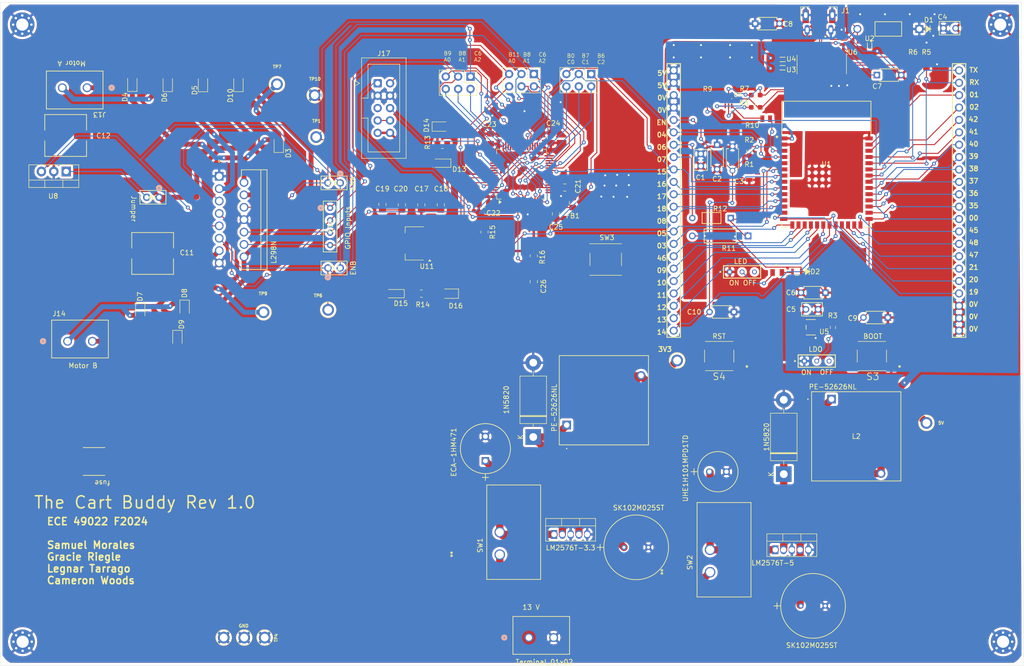
<source format=kicad_pcb>
(kicad_pcb (version 20240108) (generator "pcbnew") (generator_version "8.0")
  (layers (0 "F.Cu" signal) (31 "B.Cu" signal) (34 "B.Paste" user) (35 "F.Paste" user) (36 "B.SilkS" user "B.Silkscreen") (37 "F.SilkS" user "F.Silkscreen") (38 "B.Mask" user) (39 "F.Mask" user) (44 "Edge.Cuts" user))
  (net 0 "")
  (net 1 "Earth")
  (net 2 "/GPIO41")
  (net 3 "/GPIO20")
  (net 4 "/GPIO42")
  (net 5 "/GPIO11")
  (net 6 "/GPIO01")
  (net 7 "/GPIO39")
  (net 8 "/GPIO06")
  (net 9 "/GPIO40")
  (net 10 "/GPIO10")
  (net 11 "/GPIO47")
  (net 12 "/GPIO36")
  (net 13 "/GPIO37")
  (net 14 "/GPIO07")
  (net 15 "/GPIO09")
  (net 16 "/GPIO19")
  (net 17 "/GPIO12")
  (net 18 "/GPIO21")
  (net 19 "/GPIO45")
  (net 20 "/GPIO38")
  (net 21 "/GPIO46")
  (net 22 "/GPIO14")
  (net 23 "/GPIO35")
  (net 24 "/GPIO08")
  (net 25 "/GPIO13")
  (net 26 "/U0RXD")
  (net 27 "/EN")
  (net 28 "/U0TXD")
  (net 29 "/GPIO18")
  (net 30 "/GPIO16")
  (net 31 "/GPIO03")
  (net 32 "/GPIO48")
  (net 33 "/GPIO17")
  (net 34 "/GPIO00")
  (net 35 "/GPIO02")
  (net 36 "/ESP_3V3")
  (net 37 "/VCC_3V3")
  (net 38 "/VBUS")
  (net 39 "/USB_DN")
  (net 41 "/USB_DP")
  (net 42 "/VCC_5V")
  (net 43 "Net-(D2-A)")
  (net 44 "Net-(U5-CE)")
  (net 45 "Net-(U6-TXD)")
  (net 46 "Net-(U6-RXD)")
  (net 55 "Net-(U6-V3)")
  (net 56 "Net-(J2-Pad02)")
  (net 59 "Net-(J3-Pad02)")
  (net 60 "Net-(R7-Pad2)")
  (net 61 "/DTR")
  (net 62 "Net-(R8-Pad1)")
  (net 63 "/RTS")
  (net 64 "Net-(R9-Pad2)")
  (net 65 "Net-(R10-Pad1)")
  (net 70 "Net-(J6-Pad16)")
  (net 71 "/VCC_13V_FUSE")
  (net 72 "Net-(CR1-OUTPUT_2)")
  (net 73 "Net-(CR1-OUTPUT_4)")
  (net 74 "Net-(U8-IN)")
  (net 75 "Net-(CR1-LOGIC_SUPPLY_VOLTAGE_VSS)")
  (net 76 "Net-(U9-VIN)")
  (net 77 "Net-(D11-K)")
  (net 78 "/VCC_13V")
  (net 79 "Net-(U10-VIN)")
  (net 80 "Net-(D12-K)")
  (net 81 "/MOTORA")
  (net 82 "/MOTORB")
  (net 83 "+5V")
  (net 84 "Net-(U11-VO)")
  (net 85 "/STM_3V3")
  (net 86 "NRST")
  (net 87 "U5V")
  (net 88 "Net-(D14-A)")
  (net 89 "Net-(D16-A)")
  (net 90 "PB8")
  (net 91 "PA0")
  (net 92 "PA1")
  (net 93 "PB9")
  (net 94 "PC6")
  (net 95 "PA2")
  (net 96 "PB11")
  (net 97 "PB2")
  (net 98 "PB10")
  (net 99 "PB3")
  (net 100 "PB1")
  (net 101 "PC7")
  (net 102 "PB7")
  (net 103 "PB0")
  (net 104 "PC2")
  (net 105 "PB6")
  (net 106 "PC0")
  (net 107 "PC1")
  (net 109 "V3.3_IN")
  (net 110 "SWCLK_IN")
  (net 111 "SWDIO_IN")
  (net 112 "PF11")
  (net 119 "PC9")
  (net 122 "PC8")
  (footprint "sams:KEYSTONE_5006" (layer "F.Cu") (at 389.857883 164.568183)
    (property "Reference" "TP7")
    (property "Value" "5006" (hide yes))
  )
  (footprint "Resistor_SMD:R_0805_2012Metric_Pad1.20x1.40mm_HandSolder" (layer "F.Cu") (at 432.4 194.875 -90)
    (property "Reference" "R15")
    (property "Value" "100k" (hide yes))
  )
  (footprint "Diode_SMD:D_0805_2012Metric" (layer "F.Cu") (at 381.964 164.4061 90)
    (property "Reference" "D10")
    (property "Value" "~" (hide yes))
  )
  (footprint "Resistor_SMD:R_0805_2012Metric_Pad1.20x1.40mm_HandSolder" (layer "F.Cu") (at 442.5 199.75 -90)
    (property "Reference" "R16")
    (property "Value" "5.1k" (hide yes))
  )
  (footprint "sams:K104K10X7RF5UH5_VIS" (layer "F.Cu") (at 480.082 176.9922 -90)
    (property "Reference" "C2")
    (property "Value" "0.1uF" (hide yes))
  )
  (footprint "sams:RES_CRCW_0805_VIS-L" (layer "F.Cu") (at 478.177 167.8482 90)
    (property "Reference" "R9")
    (property "Value" "0Ohm" (hide yes))
  )
  (footprint "Button_Switch_SMD:SW_SPST_PTS645" (layer "F.Cu") (at 457.25 200.5)
    (property "Reference" "SW3")
    (property "Value" "SW_Push")
  )
  (footprint "Capacitor_SMD:C_0805_2012Metric_Pad1.18x1.45mm_HandSolder" (layer "F.Cu") (at 415.463333 189.2875 90)
    (property "Reference" "C20")
    (property "Value" "22uF" (hide yes))
  )
  (footprint "Diode_SMD:D_0805_2012Metric" (layer "F.Cu") (at 374.6968 164.4292 90)
    (property "Reference" "D5")
    (property "Value" "~" (hide yes))
  )
  (footprint "sams:SOT-25_TOR-L" (layer "F.Cu") (at 499.28355 214.393199 180)
    (property "Reference" "U5")
    (property "Value" "LDO" (hide yes))
  )
  (footprint "Diode_SMD:D_0805_2012Metric" (layer "F.Cu") (at 370.9268 210.5063 -90)
    (property "Reference" "D8")
    (property "Value" "~" (hide yes))
  )
  (footprint "Resistor_SMD:R_0603_1608Metric_Pad0.98x0.95mm_HandSolder" (layer "F.Cu") (at 486.686 178.2807 90)
    (property "Reference" "R2")
    (property "Value" "10kOhm" (hide yes))
  )
  (footprint "Capacitor_SMD:C_0805_2012Metric_Pad1.18x1.45mm_HandSolder" (layer "F.Cu") (at 446 175.5375 90)
    (property "Reference" "C24")
    (property "Value" "0.1uF" (hide yes))
  )
  (footprint "sams:CAP_FG18_TDK" (layer "F.Cu") (at 528.986 153.0932 180)
    (property "Reference" "C4")
    (property "Value" "10uF" (hide yes))
  )
  (footprint "sams:STA_CF14_STP" (layer "F.Cu") (at 486.432 195.6612 180)
    (property "Reference" "R11")
    (property "Value" "3kOhm")
  )
  (footprint "Resistor_SMD:R_0805_2012Metric_Pad1.20x1.40mm_HandSolder" (layer "F.Cu") (at 419.45 207.5)
    (property "Reference" "R14")
    (property "Value" "1k" (hide yes))
  )
  (footprint "Library 5v:CAP_RN_8X11P5_NCH" (layer "F.Cu") (at 478.499999 244)
    (property "Reference" "C15" (hide yes))
    (property "Value" "UHE1H101MPD1TD")
  )
  (footprint "sams:SOT236" (layer "F.Cu") (at 482.426 167.9132 180)
    (property "Reference" "U7")
    (property "Value" "BJT" (hide yes))
  )
  (footprint "sams:RES_CRCW_0805_VIS-L" (layer "F.Cu") (at 520.2434 160.5506 -90)
    (property "Reference" "R6")
    (property "Value" "0Ohm" (hide yes))
  )
  (footprint "sams:RES_CRCW_0805_VIS-L" (layer "F.Cu") (at 486.686 183.3806 90)
    (property "Reference" "R1")
    (property "Value" "0Ohm" (hide yes))
  )
  (footprint "Motor Footys:CON2_1X2_TUC_HTS_SAI" (layer "F.Cu") (at 364.4352 187.7464 180)
    (property "Reference" "J9")
    (property "Value" "Jumper")
  )
  (footprint "Package_SO:SOIC-16_3.9x9.9mm_P1.27mm" (layer "F.Cu") (at 501.533 160.5228 -90)
    (property "Reference" "U6")
    (property "Value" "CH340C" (hide yes))
  )
  (footprint "Capacitor_SMD:C_0805_2012Metric_Pad1.18x1.45mm_HandSolder" (layer "F.Cu") (at 419.456666 189.2875 90)
    (property "Reference" "C17")
    (property "Value" "22uF" (hide yes))
  )
  (footprint "Inductor_SMD:L_0805_2012Metric_Pad1.15x1.40mm_HandSolder" (layer "F.Cu") (at 450.5 188.825 -90)
    (property "Reference" "FB1")
    (property "Value" "FerriteBead" (hide yes))
  )
  (footprint "Connector_PinHeader_2.54mm:PinHeader_2x03_P2.54mm_Vertical" (layer "F.Cu") (at 454.275 162.475 -90)
    (property "Reference" "J16" (hide yes))
    (property "Value" "Conn_02x03_Odd_Even" (hide yes))
  )
  (footprint "Resistor_SMD:R_0603_1608Metric_Pad0.98x0.95mm_HandSolder" (layer "F.Cu") (at 487.9985 166.7932 180)
    (property "Reference" "R7")
    (property "Value" "10kOhm" (hide yes))
  )
  (footprint "sams:CPDQ-L" (layer "F.Cu") (at 493.4907 159.4932 180)
    (property "Reference" "U4")
    (property "Value" "ESD" (hide yes))
  )
  (footprint "sams:SW_PTS645SK50SMTR92LFS" (layer "F.Cu") (at 480.511 220.2932 180)
    (property "Reference" "S4")
    (property "Value" "SW" (hide yes))
  )
  (footprint "Capacitor_SMD:C_0805_2012Metric_Pad1.18x1.45mm_HandSolder" (layer "F.Cu") (at 411.47 189.2125 90)
    (property "Reference" "C19")
    (property "Value" "0.1uF" (hide yes))
  )
  (footprint "sams:CPDQ-L" (layer "F.Cu") (at 511.346 156.6579 -90)
    (property "Reference" "U2")
    (property "Value" "ESD" (hide yes))
  )
  (footprint "Package_TO_SOT_SMD:SOT-223-3_TabPin2" (layer "F.Cu") (at 418.05 197.2 180)
    (property "Reference" "U11")
    (property "Value" "LD1117S33TR_SOT223" (hide yes))
  )
  (footprint "Resistor_SMD:R_0805_2012Metric_Pad1.20x1.40mm_HandSolder" (layer "F.Cu") (at 423.75 177 180)
    (property "Reference" "R13")
    (property "Value" "5.1k" (hide yes))
  )
  (footprint "Motor Footys:Multiwatt15_V_STM" (layer "F.Cu") (at 378.027883 183.43925 -90)
    (property "Reference" "CR1" (hide yes))
    (property "Value" "L298N")
  )
  (footprint "sams:CAP_FG18_TDK" (layer "F.Cu") (at 476.736 178.8432 -90)
    (property "Reference" "C1")
    (property "Value" "10uF" (hide yes))
  )
  (footprint "Diode_SMD:D_0805_2012Metric" (layer "F.Cu") (at 369.4536 216.7039 -90)
    (property "Reference" "D9")
    (property "Value" "~" (hide yes))
  )
  (footprint "sams:KEYSTONE_5006" (layer "F.Cu") (at 471.886 221.1932)
    (property "Reference" "TP2" (hide yes))
    (property "Value" "5006" (hide yes))
  )
  (footprint "Capacitor_SMD:C_0805_2012Metric_Pad1.18x1.45mm_HandSolder" (layer "F.Cu") (at 432.2875 189.1 180)
    (property "Reference" "C22")
    (property "Value" "0.1uF" (hide yes))
  )
  (footprint "sams:KEYSTONE_5006" (layer "F.Cu") (at 397.9 175.4)
    (property "Reference" "TP1")
    (property "Value" "5006" (hide yes))
  )
  (footprint "MountingHole:MountingHole_2.5mm_Pad_Via" (layer "F.Cu") (at 538.125 152.35)
    (property "Reference" "H3" (hide yes))
    (property "Value" "~")
  )
  (footprint "Resistor_SMD:R_0603_1608Metric_Pad0.98x0.95mm_HandSolder" (layer "F.Cu") (at 487.9985 169.3032)
    (property "Reference" "R8")
    (property "Value" "10kOhm" (hide yes))
  )
  (footprint "LED_SMD:LED_0805_2012Metric_Pad1.15x1.40mm_HandSolder" (layer "F.Cu") (at 425.225 207.5 180)
    (property "Reference" "D16")
    (property "Value" "LED" (hide yes))
  )
  (footprint "sams:K104K10X7RF5UH5_VIS" (layer "F.Cu") (at 515.08599 212.3932 180)
    (property "Reference" "C9")
    (property "Value" "0.1uF" (hide yes))
  )
  (footprint "sams:KEYSTONE_5006" (layer "F.Cu") (at 397.607883 166.818183)
    (property "Reference" "TP10")
    (property "Value" "5006" (hide yes))
  )
  (footprint "MountingHole:MountingHole_2.5mm_Pad_Via" (layer "F.Cu") (at 337.725 278.85)
    (property "Reference" "H2" (hide yes))
    (property "Value" "~")
  )
  (footprint "Connector_IDC:IDC-Header_2x05_P2.54mm_Vertical" (layer "F.Cu") (at 410.5 164.38)
    (property "Reference" "J17")
    (property "Value" "Conn_02x05_Odd_Even" (hide yes))
  )
  (footprint "3.3 lib:AMPHENOL_10103594-0001LF" (layer "F.Cu") (at 500.96775 150.4 180)
    (property "Reference" "J1")
    (property "Value" "Micro-USB")
  )
  (footprint "Diode_SMD:D_0805_2012Metric" (layer "F.Cu") (at 390.2308 176.8767 90)
    (property "Reference" "D3")
    (property "Value" "~")
  )
  (footprint "sams:SAMTEC_TS-103-T-A" (layer "F.Cu") (at 485.201 203.0432)
    (property "Reference" "J2" (hide yes))
    (property "Value" "ON")
  )
  (footprint "MountingHole:MountingHole_2.5mm_Pad_Via" (layer "F.Cu") (at 538.7 278.85)
    (property "Reference" "H4" (hide yes))
    (property "Value" "~")
  )
  (footprint "sams:K104K10X7RF5UH5_VIS" (layer "F.Cu") (at 502.28599 207.2932 180)
    (property "Reference" "C6")
    (property "Value" "0.1uF" (hide yes))
  )
  (footprint "sams:SAMTEC_TS-103-T-A" (layer "F.Cu") (at 500.5085 221.3182)
    (property "Reference" "J3" (hide yes))
    (property "Value" "LDO")
  )
  (footprint "Diode_SMD:D_0805_2012Metric" (layer "F.Cu") (at 360.2188 164.3553 90)
    (property "Reference" "D4")
    (property "Value" "~" (hide yes))
  )
  (footprint "sams:KEYSTONE_5006" (layer "F.Cu") (at 523 234)
    (property "Reference" "TP5" (hide yes))
    (property "Value" "5006" (hide yes))
  )
  (footprint "Library 5v:IND_PE-526_LOWPROFILE_PUL" (layer "F.Cu") (at 503.5256 229.13)
    (property "Reference" "L2")
    (property "Value" "PE-52626NL")
  )
  (footprint "Motor Footys:CONN_OSTTC022162_OST" (layer "F.Cu") (at 441.5 278)
    (property "Reference" "J15" (hide yes))
    (property "Value" "Terminal_01x02")
  )
  (footprint "Capacitor_SMD:C_0805_2012Metric_Pad1.18x1.45mm_HandSolder" (layer "F.Cu") (at 423.45 189.2875 90)
    (property "Reference" "C18")
    (property "Value" "0.1uF" (hide yes))
  )
  (footprint "sams:K104K10X7RF5UH5_VIS" (layer "F.Cu") (at 512.836 162.6932)
    (property "Reference" "C7")
    (property "Value" "0.1uF" (hide yes))
  )
  (footprint "Motor Footys:CONN_OSTTC022162_OST" (layer "F.Cu") (at 350.9351 165.296501 180)
    (property "Reference" "J13")
    (property "Value" "Motor A")
  )
  (footprint "Capacitor_SMD:C_0805_2012Metric_Pad1.18x1.45mm_HandSolder" (layer "F.Cu") (at 433.65 175.7625 90)
    (property "Reference" "C23")
    (property "Value" "0.1uF" (hide yes))
  )
  (footprint "Motor Footys:CAP_PC_8X12_NCH" (layer "F.Cu") (at 346.5428 175.0756 180)
    (property "Reference" "C12")
    (property "Value" "220 uF" (hide yes))
  )
  (footprint "3.3 lib:SW_1MS02Q_CNK" (layer "F.Cu") (at 435.534 260.994801 180)
    (property "Reference" "SW1")
    (property "Value" "L101011MS02Q")
  )
  (footprint "Diode_THT:D_DO-201AD_P15.24mm_Horizontal" (layer "F.Cu") (at 442.392 236.8876 90)
    (property "Reference" "D11" (hide yes))
    (property "Value" "1N5820")
  )
  (footprint "sams:CAP_FG18_TDK" (layer "F.Cu") (at 500.786 210.7182 180)
    (property "Reference" "C5")
    (property "Value" "10uF" (hide yes))
  )
  (footprint "sams:RESC2012X60N" (layer "F.Cu") (at 492.416 203.1682 180)
    (property "Reference" "R4")
    (property "Value" "68Ohm" (hide yes))
  )
  (footprint "sams:SW_PTS645SK50SMTR92LFS" (layer "F.Cu") (at 511.811 220.2932 180)
    (property "Reference" "S3")
    (property "Value" "SW" (hide yes))
  )
  (footprint "Package_TO_SOT_THT:TO-220-5_Vertical" (layer "F.Cu") (at 492 260)
    (property "Reference" "U10" (hide yes))
    (property "Value" "LM2576T-5")
  )
  (footprint "MountingHole:MountingHole_2.5mm_Pad_Via" (layer "F.Cu") (at 337.65 152.35)
    (property "Reference" "H1" (hide yes))
    (property "Value" "~")
  )
  (footprint "3.3 lib:SW_1MS02Q_CNK" (layer "F.Cu") (at 478.644999 264.600001 180)
    (property "Reference" "SW2")
    (property "Value" "L101011MS02Q")
  )
  (footprint "Motor Footys:CON2_1X2_TUC_HTS_SAI" (layer "F.Cu") (at 401.57 184.8 180)
    (property "Reference" "J10")
    (property "Value" "ENA")
  )
  (footprint "sams:KEYSTONE_5006" (layer "F.Cu") (at 387.107883 211.318183)
    (property "Reference" "TP9")
    (property "Value" "5006" (hide yes))
  )
  (footprint "Diode_SMD:D_0805_2012Metric" (layer "F.Cu") (at 361.8336 211.0651 -90)
    (property "Reference" "D7")
    (property "Value" "~" (hide yes))
  )
  (footprint "Diode_THT:D_DO-201AD_P15.24mm_Horizontal" (layer "F.Cu") (at 493.75 244.5 90)
    (property "Reference" "D12" (hide yes))
    (property "Value" "1N5820")
  )
  (footprint "sams:KEYSTONE_5006" (layer "F.Cu") (at 383.15 278 90)
    (property "Reference" "TP3" (hide yes))
    (property "Value" "5006" (hide yes))
  )
  (footprint "Diode_SMD:D_SOD-323_HandSoldering" (layer "F.Cu") (at 423.5 180.75 180)
    (property "Reference" "D13")
    (property "Value" "BAT60JFILM" (hide yes))
  )
  (footprint "sams:CR_DO-41_SDS" (layer "F.Cu") (at 521.536 153.2432 180)
    (property "Reference" "D1" (hide yes))
    (property "Value" "1N5819" (hide yes))
  )
  (footprint "sams:K104K10X7RF5UH5_VIS" (layer "F.Cu") (at 483.536 211.2532 180)
    (property "Reference" "C10")
    (property "Value" "0.1uF" (hide yes))
  )
  (footprint "Motor Footys:CON4_1X4_TU_HTS_SAI" (layer "F.Cu") (at 400.7572 193.7408 -90)
    (property "Reference" "J12")
    (property "Value" "GPIO Inputs")
  )
  (footprint "sams:CAPRB500W50L400T250H550" (layer "F.Cu") (at 483.236 179.7932 -90)
    (property "Reference" "C3")
    (property "Value" "1uF" (hide yes))
  )
  (footprint "Motor Footys:CONN_OSTTC022162_OST" (layer "F.Cu") (at 346.9473 217.257499)
    (property "Reference" "J14")
    (property "Value" "Motor B")
  )
  (footprint "Diode_SMD:D_0805_2012Metric" (layer "F.Cu") (at 367.477334 164.4061 90)
    (property "Reference" "D6")
    (property "Value" "~" (hide yes))
  )
  (footprint "Resistor_SMD:R_0603_1608Metric_Pad0.98x0.95mm_HandSolder" (layer "F.Cu") (at 503.821 214.4307 90)
    (property "Reference" "R3")
    (property "Value" "10kOhm" (hide yes))
  )
  (footprint "Diode_SMD:D_SOD-323_HandSoldering" (layer "F.Cu") (at 413.95 207.5 180)
    (property "Reference" "D15")
    (property "Value" "BAT60JFILM" (hide yes))
  )
  (footprint "Connector_PinHeader_2.54mm:PinHeader_2x03_P2.54mm_Vertical" (layer "F.Cu") (at 442.525 162.475 -90)
    (property "Reference" "J5" (hide yes))
    (property "Value" "Conn_02x03_Odd_Even" (hide yes))
  )
  (footprint "sams:61302211121" (layer "F.Cu") (at 471.186 188.4032 90)
    (property "Reference" "J6" (hide yes))
    (property "Value" "LEFT" (hide yes))
  )
  (footprint "sams:RES_CRCW_0805_VIS-L" (layer "F.Cu") (at 522.996 160.5506 -90)
    (property "Reference" "R5")
    (property "Value" "0Ohm" (hide yes))
  )
  (footprint "3.3 lib:PCAP_10x20_PAN" (layer "F.Cu") (at 432.5876 241.77075 90)
    (property "Reference" "C13" (hide yes))
    (property "Value" "ECA-1HM471")
  )
  (footprint "Connector_PinHeader_2.54mm:PinHeader_2x03_P2.54mm_Vertical" (layer "F.Cu") (at 429.54 163 -90)
    (property "Reference" "J4" (hide yes))
    (property "Value" "Conn_02x03_Odd_Even" (hide yes))
  )
  (footprint "sams:KEYSTONE_5006" (layer "F.Cu") (at 378.95 278 90)
    (property "Reference" "TP8" (hide yes))
    (property "Value" "5006" (hide yes))
  )
  (footprint "sams:K104K10X7RF5UH5_VIS" (layer "F.Cu") (at 487.88601 152.1432)
    (property "Reference" "C8")
    (property "Value" "0.1uF" (hide yes))
  )
  (footprint "Package_TO_SOT_THT:TO-220-5_Vertical" (layer "F.Cu") (at 446.6592 256.852)
    (property "Reference" "U9" (hide yes))
    (property "Value" "LM2576T-3.3")
  )
  (footprint "sams:CPDQ-L" (layer "F.Cu") (at 493.486 161.1932 180)
    (property "Reference" "U3")
    (property "Value" "ESD" (hide yes))
  )
  (footprint "Motor Footys:CON2_1X2_TUC_HTS_SAI" (layer "F.Cu") (at 401.57 202.2371)
    (property "Reference" "J11")
    (property "Value" "ENB")
  )
  (footprint "Motor Footys:CAP_PC_8X12_NCH" (layer "F.Cu") (at 364.3736 199.2564 180)
    (property "Reference" "C11")
    (property "Value" "220 uF" (hide yes))
  )
  (footprint "Package_TO_SOT_THT:TO-220-3_Vertical" (layer "F.Cu") (at 346.6552 182.4632 180)
    (property "Reference" "U8")
    (property "Value" "L7805" (hide yes))
  )
  (footprint "sams:KEYSTONE_5006" (layer "F.Cu") (at 387.35 278 90)
    (property "Reference" "TP4")
    (property "Value" "5006" (hide yes))
  )
  (footprint "3.3 lib:SK102M025ST_CND" (layer "F.Cu") (at 497.25 271.5)
    (property "Reference" "C16" (hide yes))
    (property "Value" "SK102M025ST")
  )
  (footprint "LED_SMD:LED_0805_2012Metric_Pad1.15x1.40mm_HandSolder" (layer "F.Cu") (at 423.525 173.25)
    (property "Reference" "D14")
    (property "Value" "LED" (hide yes))
  )
  (footprint "3.3 lib:SK102M025ST_CND" (layer "F.Cu") (at 460.9962 259.5)
    (property "Reference" "C14" (hide yes))
    (property "Value" "SK102M025ST")
  )
  (footprint "Capacitor_SMD:C_0805_2012Metric_Pad1.18x1.45mm_HandSolder" (layer "F.Cu") (at 448.8625 185.75)
    (property "Reference" "C21")
    (property "Value" "0.1uF" (hide yes))
  )
  (footprint "Package_QFP:LQFP-64_10x10mm_P0.5mm" (layer "F.Cu") (at 440 183 90)
    (property "Reference" "U12" (hide yes))
    (property "Value" "STM32F091R_B-C_Tx" (hide yes))
  )
  (footprint "sams:KEYSTONE_5006" (layer "F.Cu") (at 400.357883 210.818183)
    (property "Reference" "TP6")
    (property "Value" "5006" (hide yes))
  )
  (footprint "3.3 lib:IND_PE-526_LOWPROFILE_PUL" (layer "F.Cu") (at 449.25 234.4292 90)
    (property "Reference" "L1" (hide yes))
    (property "Value" "PE-52626NL")
  )
  (footprint "Capacitor_SMD:C_0805_2012Metric_Pad1.18x1.45mm_HandSolder" (layer "F.Cu") (at 447.05 191.1375 -90)
    (property "Reference" "C25")
    (property "Value" "0.1uF" (hide yes))
  )
  (footprint "sams:LED0805N_CML-L" (layer "F.Cu") (at 496.4377 202.9682 180)
    (property "Reference" "D2")
    (property "Value" "LED-red" (hide yes))
  )
  (footprint "sams:RES_CRCW_0805_VIS-L" (layer "F.Cu") (at 490.1484 171.6432)
    (property "Reference" "R10" (hide yes))
    (property "Value" "0Ohm" (hide yes))
  )
  (footprint "sams:ESP32-S3-WROOM-1_EXP" (layer "F.Cu") (at 502.486 180.9332)
    (property "Reference" "U1")
    (property "Value" "ESP32-S3-WROOM-1-N8")
  )
  (footprint "Capacitor_SMD:C_0805_2012Metric_Pad1.18x1.45mm_HandSolder" (layer "F.Cu") (at 442.5 205.0375 -90)
    (property "Reference" "C26")
    (property "Value" "0.1uF" (hide yes))
  )
  (footprint "sams:0ZCF_BEL" (layer "F.Cu") (at 352.3584 241.9 180)
    (property "Reference" "F1" (hide yes))
    (property "Value" "fuse")
  )
  (footprint "sams:61302211121" (layer "F.Cu") (at 529.686 188.4032 90)
    (property "Reference" "J7" (hide yes))
    (property "Value" "RIGHT" (hide yes))
  )
  (footprint "sams:STA_CF18_STP" (layer "F.Cu") (at 482.876 192 180)
    (property "Reference" "R12")
    (property "Value" "2kOhm")
  )
  (gr_line (start 542.9804 283.65) (end 333.1121 283.65) (stroke (width 0.05)) (layer "Edge.Cuts"))
  (gr_line (start 542.436 147.75) (end 333.1121 147.75) (stroke (width 0.05)) (layer "Edge.Cuts"))
  (gr_line (start 333.1121 283.65) (end 333.1121 147.75) (stroke (width 0.05)) (layer "Edge.Cuts"))
  (gr_line (start 542.436 147.75) (end 542.9804 283.65) (stroke (width 0.05)) (layer "Edge.Cuts"))
  (gr_text "41" (at 531.586 174.88368 0) (layer "F.SilkS") (effects (font (size 1 1) (thickness 0.2) (bold yes)) (justify left bottom)))
  (gr_text "B11	B8	C6	\nA0	A1	A2" (at 437.25 160.25 0) (layer "F.SilkS") (effects (font (size 0.8 0.8) (thickness 0.1)) (justify left bottom)))
  (gr_text "07" (at 467.636 180.58486 0) (layer "F.SilkS") (effects (font (size 1 1) (thickness 0.2) (bold yes)) (justify left bottom)))
  (gr_text "47" (at 531.586 200.15748 0) (layer "F.SilkS") (effects (font (size 1 1) (thickness 0.2) (bold yes)) (justify left bottom)))
  (gr_text "14" (at 467.636 215.9682 0) (layer "F.SilkS") (effects (font (size 1 1) (thickness 0.2) (bold yes)) (justify left bottom)))
  (gr_text "37" (at 531.586 184.9932 0) (layer "F.SilkS") (effects (font (size 1 1) (thickness 0.2) (bold yes)) (justify left bottom)))
  (gr_text "21" (at 531.586 202.68486 0) (layer "F.SilkS") (effects (font (size 1 1) (thickness 0.2) (bold yes)) (justify left bottom)))
  (gr_text "RX" (at 531.681238 164.77416 0) (layer "F.SilkS") (effects (font (size 1 1) (thickness 0.2) (bold yes)) (justify left bottom)))
  (gr_text "36" (at 531.586 187.52058 0) (layer "F.SilkS") (effects (font (size 1 1) (thickness 0.2) (bold yes)) (justify left bottom)))
  (gr_text "EN" (at 467.588381 173.00272 0) (layer "F.SilkS") (effects (font (size 1 1) (thickness 0.2) (bold yes)) (justify left bottom)))
  (gr_text "18" (at 467.636 190.69438 0) (layer "F.SilkS") (effects (font (size 1 1) (thickness 0.2) (bold yes)) (justify left bottom)))
  (gr_text "0V" (at 531.586 212.79438 0) (layer "F.SilkS") (effects (font (size 1 1) (thickness 0.2) (bold yes)) (justify left bottom)))
  (gr_text "3V3" (at 467.886 219.4932 0) (layer "F.SilkS") (effects (font (size 1 1) (thickness 0.2) (bold yes)) (justify left bottom)))
  (gr_text "02" (at 531.681238 169.82892 0) (layer "F.SilkS") (effects (font (size 1 1) (thickness 0.2) (bold yes)) (justify left bottom)))
  (gr_text "TX" (at 531.681238 162.24678 0) (layer "F.SilkS") (effects (font (size 1 1) (thickness 0.2) (bold yes)) (justify left bottom)))
  (gr_text "GND" (at 383.032 275.6 0) (layer "F.SilkS") (effects (font (size 0.64 0.64))))
  (gr_text "0V" (at 467.731238 167.94796 0) (layer "F.SilkS") (effects (font (size 1 1) (thickness 0.2) (bold yes)) (justify left bottom)))
  (gr_text "45" (at 531.586 195.10272 0) (layer "F.SilkS") (effects (font (size 1 1) (thickness 0.2) (bold yes)) (justify left bottom)))
  (gr_text "10" (at 467.636 205.85866 0) (layer "F.SilkS") (effects (font (size 1 1) (thickness 0.2) (bold yes)) (justify left bottom)))
  (gr_text "38" (at 531.586 182.46582 0) (layer "F.SilkS") (effects (font (size 1 1) (thickness 0.2) (bold yes)) (justify left bottom)))
  (gr_text "06" (at 467.636 178.05748 0) (layer "F.SilkS") (effects (font (size 1 1) (thickness 0.2) (bold yes)) (justify left bottom)))
  (gr_text "ON" (at 498.386 223.6512 0) (layer "F.SilkS") (effects (font (size 1 1))))
  (gr_text "13 V" (at 441.96 271.78 0) (layer "F.SilkS") (effects (font (size 1 1))))
  (gr_text "11" (at 467.636 208.38604 0) (layer "F.SilkS") (effects (font (size 1 1) (thickness 0.2) (bold yes)) (justify left bottom)))
  (gr_text "46" (at 467.636 200.8039 0) (layer "F.SilkS") (effects (font (size 1 1) (thickness 0.2) (bold yes)) (justify left bottom)))
  (gr_text "39" (at 531.586 179.93844 0) (layer "F.SilkS") (effects (font (size 1 1) (thickness 0.2) (bold yes)) (justify left bottom)))
  (gr_text "48" (at 531.586 197.6301 0) (layer "F.SilkS") (effects (font (size 1 1) (thickness 0.2) (bold yes)) (justify left bottom)))
  (gr_text "19" (at 531.586 207.73962 0) (layer "F.SilkS") (effects (font (size 1 1) (thickness 0.2) (bold yes)) (justify left bottom)))
  (gr_text "5V\n" (at 467.731238 162.8932 0) (layer "F.SilkS") (effects (font (size 1 1) (thickness 0.2) (bold yes)) (justify left bottom)))
  (gr_text "40" (at 531.586 177.41106 0) (layer "F.SilkS") (effects (font (size 1 1) (thickness 0.2) (bold yes)) (justify left bottom)))
  (gr_text "0V" (at 531.586 215.32178 0) (layer "F.SilkS") (effects (font (size 1 1) (thickness 0.2) (bold yes)) (justify left bottom)))
  (gr_text "B9	B8	C6	\nA0	A1	A2" (at 424 160 0) (layer "F.SilkS") (effects (font (size 0.8 0.8) (thickness 0.1)) (justify left bottom)))
  (gr_text "The Cart Buddy Rev 1.0" (at 339.9 251.75 0) (layer "F.SilkS") (effects (font (size 2.5 2.5) (thickness 0.3) (bold yes)) (justify left bottom)))
  (gr_text "42" (at 531.538381 172.3563 0) (layer "F.SilkS") (effects (font (size 1 1) (thickness 0.2) (bold yes)) (justify left bottom)))
  (gr_text "OFF" (at 502.536 223.6012 0) (layer "F.SilkS") (effects (font (size 1 1))))
  (gr_text "0V" (at 531.586 210.267 0) (layer "F.SilkS") (effects (font (size 1 1) (thickness 0.2) (bold yes)) (justify left bottom)))
  (gr_text "16" (at 467.636 185.63962 0) (layer "F.SilkS") (effects (font (size 1 1) (thickness 0.2) (bold yes)) (justify left bottom)))
  (gr_text "LED " (at 485.286 200.8932 0) (layer "F.SilkS") (effects (font (size 1 1))))
  (gr_text "5V\n" (at 467.731238 165.42058 0) (layer "F.SilkS") (effects (font (size 1 1) (thickness 0.2) (bold yes)) (justify left bottom)))
  (gr_text "ECE 49022 F2024\n\nSamuel Morales\nGracie Riegle\nLegnar Tarrago\nCameron Woods\n" (at 342.55 267.15 0) (layer "F.SilkS") (effects (font (size 1.5 1.5) (thickness 0.3) (bold yes)) (justify left bottom)))
  (gr_text "BOOT" (at 512 216.25 0) (layer "F.SilkS") (effects (font (size 1.00022 1.00022))))
  (gr_text "01" (at 531.681238 167.30154 0) (layer "F.SilkS") (effects (font (size 1 1) (thickness 0.2) (bold yes)) (justify left bottom)))
  (gr_text "03" (at 467.636 198.27652 0) (layer "F.SilkS") (effects (font (size 1 1) (thickness 0.2) (bold yes)) (justify left bottom)))
  (gr_text "17" (at 467.636 188.167 0) (layer "F.SilkS") (effects (font (size 1 1) (thickness 0.2) (bold yes)) (justify left bottom)))
  (gr_text "12" (at 467.636 210.91342 0) (layer "F.SilkS") (effects (font (size 1 1) (thickness 0.2) (bold yes)) (justify left bottom)))
  (gr_text "5V" (at 526 234 0) (layer "F.SilkS") (effects (font (size 0.64 0.64))))
  (gr_text "15" (at 467.636 183.11224 0) (layer "F.SilkS") (effects (font (size 1 1) (thickness 0.2) (bold yes)) (justify left bottom)))
  (gr_text "RST" (at 480.5 216.25 0) (layer "F.SilkS") (effects (font (size 1.00022 1.00022))))
  (gr_text "20" (at 531.586 205.21224 0) (layer "F.SilkS") (effects (font (size 1 1) (thickness 0.2) (bold yes)) (justify left bottom)))
  (gr_text "08" (at 467.636 193.22176 0) (layer "F.SilkS") (effects (font (size 1 1) (thickness 0.2) (bold yes)) (justify left bottom)))
  (gr_text "35" (at 531.586 190.04796 0) (layer "F.SilkS") (effects (font (size 1 1) (thickness 0.2) (bold yes)) (justify left bottom)))
  (gr_text "05" (at 467.636 195.74914 0) (layer "F.SilkS") (effects (font (size 1 1) (thickness 0.2) (bold yes)) (justify left bottom)))
  (gr_text "04" (at 467.636 175.5301 0) (layer "F.SilkS") (effects (font (size 1 1) (thickness 0.2) (bold yes)) (justify left bottom)))
  (gr_text "B0	B7	B6	\nC0	C1	C2" (at 449.25 160.5 0) (layer "F.SilkS") (effects (font (size 0.8 0.8) (thickness 0.1)) (justify left bottom)))
  (gr_text "0V" (at 467.731238 170.47534 0) (layer "F.SilkS") (effects (font (size 1 1) (thickness 0.2) (bold yes)) (justify left bottom)))
  (gr_text "00" (at 531.586 192.57534 0) (layer "F.SilkS") (effects (font (size 1 1) (thickness 0.2) (bold yes)) (justify left bottom)))
  (gr_text "OFF" (at 486.786 205.2932 0) (layer "F.SilkS") (effects (font (size 1 1))))
  (gr_text "13" (at 467.636 213.4408 0) (layer "F.SilkS") (effects (font (size 1 1) (thickness 0.2) (bold yes)) (justify left bottom)))
  (gr_text "09" (at 467.636 203.33128 0) (layer "F.SilkS") (effects (font (size 1 1) (thickness 0.2) (bold yes)) (justify left bottom)))
  (segment (start 373.4268 187.7464) (end 373.4268 187.7464) (width 0.2) (layer "B.Cu") (net 0))
  (segment (start 499.344225 152.544225) (end 498.46775 153.4207) (width 0.2) (layer "F.Cu") (net 1))
  (segment (start 503.69275 150.4) (end 502.245935 150.4) (width 0.2) (layer "F.Cu") (net 1))
  (segment (start 500.00525 150.15) (end 501.93025 150.15) (width 0.2) (layer "F.Cu") (net 1))
  (segment (start 441.75 190.75) (end 441.25 191.25) (width 0.2) (layer "F.Cu") (net 1))
  (segment (start 442 179.25) (end 442.73995 179.25) (width 0.2) (layer "F.Cu") (net 1))
  (segment (start 497.3394 202.9682) (end 497.96099 202.9682) (width 0.2) (layer "F.Cu") (net 1))
  (segment (start 431.225 187.9) (end 431.225 188.45) (width 0.2) (layer "F.Cu") (net 1))
  (segment (start 512.26 157.1532) (end 511.346 157.1532) (width 0.2) (layer "F.Cu") (net 1))
  (segment (start 434.325 186.25) (end 432.875 186.25) (width 0.2) (layer "F.Cu") (net 1))
  (segment (start 446.85 186.25) (end 448.1 187.5) (width 0.2) (layer "F.Cu") (net 1))
  (segment (start 499.66775 153.225) (end 499.344225 152.901475) (width 0.2) (layer "F.Cu") (net 1))
  (segment (start 492.9454 159.4932) (end 491.356 159.4932) (width 0.2) (layer "F.Cu") (net 1))
  (segment (start 445.675 186.25) (end 446.85 186.25) (width 0.2) (layer "F.Cu") (net 1))
  (segment (start 503.39275 153.43) (end 505.57 153.43) (width 0.2) (layer "F.Cu") (net 1))
  (segment (start 442.73995 179.25) (end 443.23995 179.75) (width 0.2) (layer "F.Cu") (net 1))
  (segment (start 358.4 200.8739) (end 358.4 201.85) (width 0.2) (layer "F.Cu") (net 1))
  (segment (start 490.8363 161.1185) (end 491.036 161.3182) (width 0.2) (layer "F.Cu") (net 1))
  (segment (start 497.3394 202.1713) (end 497.3394 202.9682) (width 0.2) (layer "F.Cu") (net 1))
  (segment (start 360.0175 199.2564) (end 358.4 200.8739) (width 0.2) (layer "F.Cu") (net 1))
  (segment (start 495.406 175.6732) (end 493.736 175.6732) (width 0.2) (layer "F.Cu") (net 1))
  (segment (start 483.136 177.3932) (end 483.236 177.2932) (width 0.2) (layer "F.Cu") (net 1))
  (segment (start 497.2394 202.0713) (end 497.3394 202.1713) (width 0.2) (layer "F.Cu") (net 1))
  (segment (start 498.24275 150.4) (end 499.35525 150.4) (width 0.2) (layer "F.Cu") (net 1))
  (segment (start 432.875 186.25) (end 432.75 186.25) (width 0.2) (layer "F.Cu") (net 1))
  (segment (start 476.736 178.8432) (end 478.186 177.3932) (width 0.5) (layer "F.Cu") (net 1))
  (segment (start 480.086 177.3932) (end 483.136 177.3932) (width 0.5) (layer "F.Cu") (net 1))
  (segment (start 499.66775 153.225) (end 499.66775 152.36775) (width 0.2) (layer "F.Cu") (net 1))
  (segment (start 475.002 195.6612) (end 477.542 195.6612) (width 0.2) (layer "F.Cu") (net 1))
  (segment (start 436.75 177.325) (end 436.75 175.75) (width 0.2) (layer "F.Cu") (net 1))
  (segment (start 499.66775 152.36775) (end 499.594225 152.294225) (width 0.2) (layer "F.Cu") (net 1))
  (segment (start 499.96775 150.7207) (end 499.96775 151.9207) (width 0.2) (layer "F.Cu") (net 1))
  (segment (start 478.186 177.3932) (end 480.086 177.3932) (width 0.5) (layer "F.Cu") (net 1))
  (segment (start 483.765 195.7882) (end 490.0481 202.0713) (width 0.2) (layer "F.Cu") (net 1))
  (segment (start 499.96775 151.9207) (end 499.594225 152.294225) (width 0.2) (layer "F.Cu") (net 1))
  (segment (start 432.875 186.25) (end 431.225 187.9) (width 0.2) (layer "F.Cu") (net 1))
  (segment (start 360.97 199.2564) (end 360.4564 199.2564) (width 0.2) (layer "F.Cu") (net 1))
  (segment (start 492.936 161.1932) (end 491.161 161.1932) (width 0.2) (layer "F.Cu") (net 1))
  (segment (start 502.245935 150.4) (end 502.213092 150.432843) (width 0.2) (layer "F.Cu") (net 1))
  (segment (start 441.75 188.675) (end 441.75 190.75) (width 0.2) (layer "F.Cu") (net 1))
  (segment (start 499.344225 152.901475) (end 499.344225 152.544225) (width 0.2) (layer "F.Cu") (net 1))
  (segment (start 499.594225 152.294225) (end 499.344225 152.544225) (width 0.2) (layer "F.Cu") (net 1))
  (segment (start 491.161 161.1932) (end 491.036 161.3182) (width 0.2) (layer "F.Cu") (net 1))
  (segment (start 360.4564 199.2564) (end 358.25 197.05) (width 0.2) (layer "F.Cu") (net 1))
  (segment (start 499.35525 150.4) (end 499.60525 150.15) (width 0.2) (layer "F.Cu") (net 1))
  (segment (start 443.23995 179.75) (end 445.675 179.75) (width 0.2) (layer "F.Cu") (net 1))
  (segment (start 491.356 159.4932) (end 491.056 159.1932) (width 0.2) (layer "F.Cu") (net 1))
  (segment (start 435.725 174.725) (end 433.65 174.725) (width 0.2) (layer "F.Cu") (net 1))
  (segment (start 505.57 153.43) (end 505.6 153.4) (width 0.2) (layer "F.Cu") (net 1))
  (segment (start 490.0481 202.0713) (end 497.2394 202.0713) (width 0.2) (layer "F.Cu") (net 1))
  (segment (start 497.96099 202.9682) (end 502.28599 207.2932) (width 0.2) (layer "F.Cu") (net 1))
  (segment (start 360.97 199.2564) (end 360.0175 199.2564) (width 0.2) (layer "F.Cu") (net 1))
  (segment (start 512.9 157.7932) (end 512.26 157.1532) (width 0.2) (layer "F.Cu") (net 1))
  (segment (start 436.75 175.75) (end 435.725 174.725) (width 0.2) (layer "F.Cu") (net 1))
  (via (at 435.25 170) (size 0.8) (drill 0.4) (layers "F.Cu" "B.Cu") (net 1))
  (via (at 440.6 170.1) (size 0.8) (drill 0.4) (layers "F.Cu" "B.Cu") (net 1))
  (via (at 505.6 153.4) (size 0.8) (drill 0.4) (layers "F.Cu" "B.Cu") (net 1))
  (via (at 491.036 161.3182) (size 0.8) (drill 0.4) (layers "F.Cu" "B.Cu") (net 1))
  (via (at 495.449 175.7222) (size 0.8) (drill 0.4) (layers "F.Cu" "B.Cu") (net 1))
  (via (at 491.056 159.1932) (size 0.8) (drill 0.4) (layers "F.Cu" "B.Cu") (net 1))
  (via (at 448 168.25) (size 0.8) (drill 0.4) (layers "F.Cu" "B.Cu") (net 1))
  (via (at 457 185.35) (size 0.8) (drill 0.4) (layers "F.Cu" "B.Cu") (net 1))
  (via (at 459.4 185.35) (size 0.8) (drill 0.4) (layers "F.Cu" "B.Cu") (net 1))
  (via (at 461.95 183.2) (size 0.8) (drill 0.4) (layers "F.Cu" "B.Cu") (net 1))
  (via (at 434 171) (size 0.8) (drill 0.4) (layers "F.Cu" "B.Cu") (net 1))
  (via (at 512.9 157.7932) (size 0.8) (drill 0.4) (layers "F.Cu" "B.Cu") (net 1))
  (via (at 462 185.25) (size 0.8) (drill 0.4) (layers "F.Cu" "B.Cu") (net 1))
  (via (at 442 179.25) (size 0.8) (drill 0.4) (layers "F.Cu" "B.Cu") (net 1))
  (via (at 483.765 195.7882) (size 0.8) (drill 0.4) (layers "F.Cu" "B.Cu") (net 1))
  (via (at 448.1 187.5) (size 0.8) (drill 0.4) (layers "F.Cu" "B.Cu") (net 1))
  (via (at 459.6 183.15) (size 0.8) (drill 0.4) (layers "F.Cu" "B.Cu") (net 1))
  (via (at 477.542 195.6612) (size 0.8) (drill 0.4) (layers "F.Cu" "B.Cu") (net 1))
  (via (at 441.25 191.25) (size 0.8) (drill 0.4) (layers "F.Cu" "B.Cu") (net 1))
  (via (at 461.65 187.65) (size 0.8) (drill 0.4) (layers "F.Cu" "B.Cu") (net 1))
  (via (at 458.85 187.65) (size 0.8) (drill 0.4) (layers "F.Cu" "B.Cu") (net 1))
  (via (at 457.15 183.25) (size 0.8) (drill 0.4) (layers "F.Cu" "B.Cu") (net 1))
  (via (at 456.35 187.6) (size 0.8) (drill 0.4) (layers "F.Cu" "B.Cu") (net 1))
  (segment (start 494.086 173.0932) (end 492.586 173.0932) (width 0.4) (layer "B.Cu") (net 1))
  (segment (start 489.136 157.2732) (end 489.136 156.8932) (width 0.2) (layer "B.Cu") (net 1))
  (segment (start 495.406 175.6732) (end 495.406 174.4132) (width 0.4) (layer "B.Cu") (net 1))
  (segment (start 498.54275 153.43) (end 503.39275 153.43) (width 0.2) (layer "B.Cu") (net 1))
  (segment (start 483.638 195.6612) (end 483.765 195.7882) (width 0.2) (layer "B.Cu") (net 1))
  (segment (start 489.136 156.8932) (end 489.136 153.8932) (width 0.2) (layer "B.Cu") (net 1))
  (segment (start 512.93599 157.7932) (end 517.83599 162.6932) (width 0.2) (layer "B.Cu") (net 1))
  (segment (start 512.9 157.7932) (end 509.9932 157.7932) (width 0.2) (layer "B.Cu") (net 1))
  (segment (start 495.406 174.4132) (end 494.086 173.0932) (width 0.4) (layer "B.Cu") (net 1))
  (segment (start 491.056 159.1932) (end 489.136 157.2732) (width 0.2) (layer "B.Cu") (net 1))
  (segment (start 477.542 195.6612) (end 483.638 195.6612) (width 0.2) (layer "B.Cu") (net 1))
  (segment (start 512.9 157.7932) (end 512.93599 157.7932) (width 0.2) (layer "B.Cu") (net 1))
  (segment (start 491.036 161.3182) (end 489.136 159.4182) (width 0.2) (layer "B.Cu") (net 1))
  (segment (start 509.9932 157.7932) (end 505.6 153.4) (width 0.2) (layer "B.Cu") (net 1))
  (segment (start 489.136 159.4182) (end 489.136 156.8932) (width 0.2) (layer "B.Cu") (net 1))
  (segment (start 511.236 183.2932) (end 513.586 183.2932) (width 0.2) (layer "F.Cu") (net 2))
  (segment (start 513.586 183.2932) (end 513.786 183.0932) (width 0.2) (layer "F.Cu") (net 2))
  (segment (start 525.366 178.7432) (end 529.686 174.4232) (width 0.2) (layer "F.Cu") (net 2))
  (segment (start 521.636 178.7432) (end 525.366 178.7432) (width 0.2) (layer "F.Cu") (net 2))
  (via (at 521.636 178.7432) (size 0.8) (drill 0.4) (layers "F.Cu" "B.Cu") (net 2))
  (via (at 513.786 183.0932) (size 0.8) (drill 0.4) (layers "F.Cu" "B.Cu") (net 2))
  (segment (start 521.636 179.14315) (end 521.636 178.7432) (width 0.2) (layer "B.Cu") (net 2))
  (segment (start 513.786 183.0932) (end 516.556 180.3232) (width 0.2) (layer "B.Cu") (net 2))
  (segment (start 520.45595 180.3232) (end 521.636 179.14315) (width 0.2) (layer "B.Cu") (net 2))
  (segment (start 516.556 180.3232) (end 520.45595 180.3232) (width 0.2) (layer "B.Cu") (net 2))
  (segment (start 503.246 192.1832) (end 503.936 191.4932) (width 0.2) (layer "F.Cu") (net 3))
  (segment (start 493.736 192.1832) (end 503.246 192.1832) (width 0.2) (layer "F.Cu") (net 3))
  (via (at 503.936 191.4932) (size 0.8) (drill 0.4) (layers "F.Cu" "B.Cu") (net 3))
  (segment (start 516.146 204.9032) (end 529.686 204.9032) (width 0.2) (layer "B.Cu") (net 3))
  (segment (start 503.936 191.4932) (end 503.936 192.6932) (width 0.2) (layer "B.Cu") (net 3))
  (segment (start 503.936 192.6932) (end 516.146 204.9032) (width 0.2) (layer "B.Cu") (net 3))
  (segment (start 513.816 182.0232) (end 511.236 182.0232) (width 0.2) (layer "F.Cu") (net 4))
  (segment (start 524.626 176.9432) (end 529.686 171.8832) (width 0.2) (layer "F.Cu") (net 4))
  (segment (start 518.936 178.3432) (end 519.036 178.3432) (width 0.2) (layer "F.Cu") (net 4))
  (segment (start 519.036 178.3432) (end 520.436 176.9432) (width 0.2) (layer "F.Cu") (net 4))
  (segment (start 514.386 181.4532) (end 513.816 182.0232) (width 0.2) (layer "F.Cu") (net 4))
  (segment (start 520.436 176.9432) (end 524.626 176.9432) (width 0.2) (layer "F.Cu") (net 4))
  (via (at 514.386 181.4532) (size 0.8) (drill 0.4) (layers "F.Cu" "B.Cu") (net 4))
  (via (at 518.936 178.3432) (size 0.8) (drill 0.4) (layers "F.Cu" "B.Cu") (net 4))
  (segment (start 517.086 178.3432) (end 518.936 178.3432) (width 0.2) (layer "B.Cu") (net 4))
  (segment (start 514.386 181.0432) (end 517.086 178.3432) (width 0.2) (layer "B.Cu") (net 4))
  (segment (start 514.386 181.4532) (end 514.386 181.0432) (width 0.2) (layer "B.Cu") (net 4))
  (segment (start 498.686 196.2932) (end 500.581 194.3982) (width 0.2) (layer "F.Cu") (net 5))
  (segment (start 500.581 194.3982) (end 500.581 193.4332) (width 0.2) (layer "F.Cu") (net 5))
  (via (at 498.686 196.2932) (size 0.8) (drill 0.4) (layers "F.Cu" "B.Cu") (net 5))
  (segment (start 496.036 199.0432) (end 498.686 196.3932) (width 0.2) (layer "B.Cu") (net 5))
  (segment (start 479.596 199.0432) (end 496.036 199.0432) (width 0.2) (layer "B.Cu") (net 5))
  (segment (start 498.686 196.3932) (end 498.686 196.2932) (width 0.2) (layer "B.Cu") (net 5))
  (segment (start 471.186 207.4532) (end 479.596 199.0432) (width 0.2) (layer "B.Cu") (net 5))
  (segment (start 511.5789 176.9432) (end 521.7189 166.8032) (width 0.2) (layer "F.Cu") (net 6))
  (segment (start 511.236 176.9432) (end 511.5789 176.9432) (width 0.2) (layer "F.Cu") (net 6))
  (segment (start 521.7189 166.8032) (end 529.686 166.8032) (width 0.2) (layer "F.Cu") (net 6))
  (segment (start 512.746 185.8332) (end 513.786 184.7932) (width 0.2) (layer "F.Cu") (net 7))
  (segment (start 511.236 185.8332) (end 512.746 185.8332) (width 0.2) (layer "F.Cu") (net 7))
  (via (at 513.786 184.7932) (size 0.8) (drill 0.4) (layers "F.Cu" "B.Cu") (net 7))
  (segment (start 527.546 181.6432) (end 529.686 179.5032) (width 0.2) (layer "B.Cu") (net 7))
  (segment (start 516.936 181.6432) (end 527.546 181.6432) (width 0.2) (layer "B.Cu") (net 7))
  (segment (start 513.786 184.7932) (end 516.936 181.6432) (width 0.2) (layer "B.Cu") (net 7))
  (segment (start 487.9382 192.25) (end 489.607 190.5812) (width 0.2) (layer "F.Cu") (net 8))
  (segment (start 489.607 190.5812) (end 489.607 182.3262) (width 0.2) (layer "F.Cu") (net 8))
  (segment (start 493.736 182.0232) (end 493.3931 182.0232) (width 0.2) (layer "F.Cu") (net 8))
  (segment (start 483.126 192.25) (end 487.9382 192.25) (width 0.2) (layer "F.Cu") (net 8))
  (segment (start 486.305 196.0422) (end 486.178 196.0422) (width 0.2) (layer "F.Cu") (net 8))
  (segment (start 493.3931 182.0232) (end 493.1531 181.7832) (width 0.2) (layer "F.Cu") (net 8))
  (segment (start 482.876 192.7402) (end 482.876 192) (width 0.2) (layer "F.Cu") (net 8))
  (segment (start 486.305 194.8992) (end 486.305 196.0422) (width 0.2) (layer "F.Cu") (net 8))
  (segment (start 486.178 196.0422) (end 482.876 192.7402) (width 0.2) (layer "F.Cu") (net 8))
  (segment (start 482.876 192) (end 483.126 192.25) (width 0.2) (layer "F.Cu") (net 8))
  (segment (start 491.956 182.0232) (end 491.586 182.3932) (width 0.2) (layer "F.Cu") (net 8))
  (segment (start 489.48 190.7082) (end 489.607 190.5812) (width 0.2) (layer "F.Cu") (net 8))
  (segment (start 493.736 182.0232) (end 491.956 182.0232) (width 0.2) (layer "F.Cu") (net 8))
  (via (at 489.607 182.3262) (size 0.8) (drill 0.4) (layers "F.Cu" "B.Cu") (net 8))
  (via (at 491.586 182.3932) (size 0.8) (drill 0.4) (layers "F.Cu" "B.Cu") (net 8))
  (segment (start 491.519 182.3262) (end 491.586 182.3932) (width 0.2) (layer "B.Cu") (net 8))
  (segment (start 489.607 182.3262) (end 491.519 182.3262) (width 0.2) (layer "B.Cu") (net 8))
  (segment (start 511.236 184.5632) (end 511.7996 183.9996) (width 0.2) (layer "F.Cu") (net 9))
  (segment (start 511.7996 183.9996) (end 521.3896 183.9996) (width 0.2) (layer "F.Cu") (net 9))
  (segment (start 521.3896 183.9996) (end 524.536 180.8532) (width 0.2) (layer "F.Cu") (net 9))
  (via (at 524.536 180.8532) (size 0.8) (drill 0.4) (layers "F.Cu" "B.Cu") (net 9))
  (segment (start 524.536 180.8532) (end 528.426 176.9632) (width 0.2) (layer "B.Cu") (net 9))
  (segment (start 528.426 176.9632) (end 529.686 176.9632) (width 0.2) (layer "B.Cu") (net 9))
  (segment (start 498.586 194.9932) (end 499.311 194.2682) (width 0.2) (layer "F.Cu") (net 10))
  (segment (start 499.311 194.2682) (end 499.311 193.4332) (width 0.2) (layer "F.Cu") (net 10))
  (via (at 498.586 194.9932) (size 0.8) (drill 0.4) (layers "F.Cu" "B.Cu") (net 10))
  (segment (start 478.056 198.0432) (end 471.186 204.9132) (width 0.2) (layer "B.Cu") (net 10))
  (segment (start 498.586 194.9932) (end 495.536 198.0432) (width 0.2) (layer "B.Cu") (net 10))
  (segment (start 495.536 198.0432) (end 478.056 198.0432) (width 0.2) (layer "B.Cu") (net 10))
  (segment (start 506.931 193.9189) (end 506.931 193.4332) (width 0.2) (layer "F.Cu") (net 11))
  (segment (start 508.09565 195.08355) (end 506.931 193.9189) (width 0.2) (layer "F.Cu") (net 11))
  (via (at 508.09565 195.08355) (size 0.8) (drill 0.4) (layers "F.Cu" "B.Cu") (net 11))
  (segment (start 509.686 195.9932) (end 513.516 199.8232) (width 0.2) (layer "B.Cu") (net 11))
  (segment (start 508.09565 195.08355) (end 509.0053 195.9932) (width 0.2) (layer "B.Cu") (net 11))
  (segment (start 513.516 199.8232) (end 529.686 199.8232) (width 0.2) (layer "B.Cu") (net 11))
  (segment (start 509.0053 195.9932) (end 509.686 195.9932) (width 0.2) (layer "B.Cu") (net 11))
  (segment (start 513.586 189.6432) (end 514.186 189.0432) (width 0.2) (layer "F.Cu") (net 12))
  (segment (start 511.236 189.6432) (end 513.586 189.6432) (width 0.2) (layer "F.Cu") (net 12))
  (via (at 514.186 189.0432) (size 0.8) (drill 0.4) (layers "F.Cu" "B.Cu") (net 12))
  (segment (start 516.106 187.1232) (end 529.686 187.1232) (width 0.2) (layer "B.Cu") (net 12))
  (segment (start 514.186 189.0432) (end 516.106 187.1232) (width 0.2) (layer "B.Cu") (net 12))
  (segment (start 513.456 188.3732) (end 511.236 188.3732) (width 0.2) (layer "F.Cu") (net 13))
  (segment (start 514.711 187.1182) (end 513.456 188.3732) (width 0.2) (layer "F.Cu") (net 13))
  (via (at 514.711 187.1182) (size 0.8) (drill 0.4) (layers "F.Cu" "B.Cu") (net 13))
  (segment (start 514.711 187.1182) (end 517.246 184.5832) (width 0.2) (layer "B.Cu") (net 13))
  (segment (start 517.246 184.5832) (end 529.686 184.5832) (width 0.2) (layer "B.Cu") (net 13))
  (segment (start 492.286 183.2932) (end 492.036 183.5432) (width 0.2) (layer "F.Cu") (net 14))
  (segment (start 493.736 183.2932) (end 492.286 183.2932) (width 0.2) (layer "F.Cu") (net 14))
  (via (at 492.036 183.5432) (size 0.8) (drill 0.4) (layers "F.Cu" "B.Cu") (net 14))
  (segment (start 486.036 183.5432) (end 485.036 184.5432) (width 0.2) (layer "B.Cu") (net 14))
  (segment (start 485.036 184.5432) (end 474.786 184.5432) (width 0.2) (layer "B.Cu") (net 14))
  (segment (start 474.786 179.7932) (end 474.506 179.5132) (width 0.2) (layer "B.Cu") (net 14))
  (segment (start 492.036 183.5432) (end 486.036 183.5432) (width 0.2) (layer "B.Cu") (net 14))
  (segment (start 474.506 179.5132) (end 471.186 179.5132) (width 0.2) (layer "B.Cu") (net 14))
  (segment (start 474.786 184.5432) (end 474.786 179.7932) (width 0.2) (layer "B.Cu") (net 14))
  (segment (start 498.041 193.4332) (end 498.041 193.7882) (width 0.2) (layer "F.Cu") (net 15))
  (segment (start 495.3239 196.4932) (end 495.186 196.4932) (width 0.2) (layer "F.Cu") (net 15))
  (segment (start 498.041 193.7761) (end 495.3239 196.4932) (width 0.2) (layer "F.Cu") (net 15))
  (segment (start 498.041 193.4332) (end 498.041 193.7761) (width 0.2) (layer "F.Cu") (net 15))
  (via (at 495.186 196.4932) (size 0.8) (drill 0.4) (layers "F.Cu" "B.Cu") (net 15))
  (segment (start 475.916 197.6432) (end 471.186 202.3732) (width 0.2) (layer "B.Cu") (net 15))
  (segment (start 495.186 196.4932) (end 494.036 197.6432) (width 0.2) (layer "B.Cu") (net 15))
  (segment (start 494.036 197.6432) (end 475.916 197.6432) (width 0.2) (layer "B.Cu") (net 15))
  (segment (start 492.3631 191.9432) (end 491.936 191.9432) (width 0.2) (layer "F.Cu") (net 16))
  (segment (start 493.3931 190.9132) (end 492.3631 191.9432) (width 0.2) (layer "F.Cu") (net 16))
  (segment (start 493.736 190.9132) (end 493.3931 190.9132) (width 0.2) (layer "F.Cu") (net 16))
  (via (at 491.936 191.9432) (size 0.8) (drill 0.4) (layers "F.Cu" "B.Cu") (net 16))
  (segment (start 517.586 207.4432) (end 529.686 207.4432) (width 0.2) (layer "B.Cu") (net 16))
  (segment (start 491.936 191.9432) (end 502.086 191.9432) (width 0.2) (layer "B.Cu") (net 16))
  (segment (start 502.086 191.9432) (end 517.586 207.4432) (width 0.2) (layer "B.Cu") (net 16))
  (segment (start 501.851 195.2282) (end 501.851 193.4332) (width 0.2) (layer "F.Cu") (net 17))
  (segment (start 501.786 195.2932) (end 501.851 195.2282) (width 0.2) (layer "F.Cu") (net 17))
  (via (at 501.786 195.2932) (size 0.8) (drill 0.4) (layers "F.Cu" "B.Cu") (net 17))
  (segment (start 480.986 200.1932) (end 471.186 209.9932) (width 0.2) (layer "B.Cu") (net 17))
  (segment (start 501.786 195.2932) (end 496.886 200.1932) (width 0.2) (layer "B.Cu") (net 17))
  (segment (start 496.886 200.1932) (end 480.986 200.1932) (width 0.2) (layer "B.Cu") (net 17))
  (segment (start 509.1781 197.2932) (end 509.986 197.2932) (width 0.2) (layer "F.Cu") (net 18))
  (segment (start 505.661 193.4332) (end 505.661 193.7761) (width 0.2) (layer "F.Cu") (net 18))
  (segment (start 505.661 193.7761) (end 509.1781 197.2932) (width 0.2) (layer "F.Cu") (net 18))
  (via (at 509.986 197.2932) (size 0.8) (drill 0.4) (layers "F.Cu" "B.Cu") (net 18))
  (segment (start 509.986 197.2932) (end 515.056 202.3632) (width 0.2) (layer "B.Cu") (net 18))
  (segment (start 515.056 202.3632) (end 529.686 202.3632) (width 0.2) (layer "B.Cu") (net 18))
  (segment (start 509.471 193.4332) (end 509.471 191.8282) (width 0.2) (layer "F.Cu") (net 19))
  (segment (start 509.471 191.8282) (end 509.386 191.7432) (width 0.2) (layer "F.Cu") (net 19))
  (via (at 509.386 191.7432) (size 0.8) (drill 0.4) (layers "F.Cu" "B.Cu") (net 19))
  (segment (start 509.386 191.7432) (end 512.386 194.7432) (width 0.2) (layer "B.Cu") (net 19))
  (segment (start 512.386 194.7432) (end 529.686 194.7432) (width 0.2) (layer "B.Cu") (net 19))
  (segment (start 513.486 186.8932) (end 513.276 187.1032) (width 0.2) (layer "F.Cu") (net 20))
  (segment (start 513.276 187.1032) (end 511.236 187.1032) (width 0.2) (layer "F.Cu") (net 20))
  (via (at 513.486 186.8932) (size 0.8) (drill 0.4) (layers "F.Cu" "B.Cu") (net 20))
  (segment (start 513.486 186.8932) (end 518.336 182.0432) (width 0.2) (layer "B.Cu") (net 20))
  (segment (start 518.336 182.0432) (end 529.686 182.0432) (width 0.2) (layer "B.Cu") (net 20))
  (segment (start 496.771 193.4332) (end 496.771 193.9189) (width 0.2) (layer "F.Cu") (net 21))
  (segment (start 496.771 193.7761) (end 495.5039 195.0432) (width 0.2) (layer "F.Cu") (net 21))
  (segment (start 496.771 193.4332) (end 496.771 193.7761) (width 0.2) (layer "F.Cu") (net 21))
  (segment (start 495.5039 195.0432) (end 495.286 195.0432) (width 0.2) (layer "F.Cu") (net 21))
  (via (at 495.286 195.0432) (size 0.8) (drill 0.4) (layers "F.Cu" "B.Cu") (net 21))
  (segment (start 493.2885 197.0407) (end 473.9785 197.0407) (width 0.2) (layer "B.Cu") (net 21))
  (segment (start 473.9785 197.0407) (end 471.186 199.8332) (width 0.2) (layer "B.Cu") (net 21))
  (segment (start 495.286 195.0432) (end 493.2885 197.0407) (width 0.2) (layer "B.Cu") (net 21))
  (segment (start 504.391 193.4332) (end 504.391 195.6882) (width 0.2) (layer "F.Cu") (net 22))
  (segment (start 504.391 195.6882) (end 504.386 195.6932) (width 0.2) (layer "F.Cu") (net 22))
  (via (at 504.386 195.6932) (size 0.8) (drill 0.4) (layers "F.Cu" "B.Cu") (net 22))
  (segment (start 497.086 202.9932) (end 494.486 202.9932) (width 0.2) (layer "B.Cu") (net 22))
  (segment (start 480.686 207.3932) (end 474.421 213.6582) (width 0.2) (layer "B.Cu") (net 22))
  (segment (start 489.186 207.9932) (end 488.586 207.3932) (width 0.2) (layer "B.Cu") (net 22))
  (segment (start 494.486 202.9932) (end 489.486 207.9932) (width 0.2) (layer "B.Cu") (net 22))
  (segment (start 488.586 207.3932) (end 480.686 207.3932) (width 0.2) (layer "B.Cu") (net 22))
  (segment (start 472.601 213.6582) (end 471.186 215.0732) (width 0.2) (layer "B.Cu") (net 22))
  (segment (start 474.421 213.6582) (end 472.601 213.6582) (width 0.2) (layer "B.Cu") (net 22))
  (segment (start 504.386 195.6932) (end 497.086 202.9932) (width 0.2) (layer "B.Cu") (net 22))
  (segment (start 489.486 207.9932) (end 489.186 207.9932) (width 0.2) (layer "B.Cu") (net 22))
  (segment (start 515.62605 189.6632) (end 514.37605 190.9132) (width 0.2) (layer "F.Cu") (net 23))
  (segment (start 514.37605 190.9132) (end 511.236 190.9132) (width 0.2) (layer "F.Cu") (net 23))
  (segment (start 515.986 189.6632) (end 515.62605 189.6632) (width 0.2) (layer "F.Cu") (net 23))
  (via (at 515.986 189.6632) (size 0.8) (drill 0.4) (layers "F.Cu" "B.Cu") (net 23))
  (segment (start 515.986 189.6632) (end 529.686 189.6632) (width 0.2) (layer "B.Cu") (net 23))
  (segment (start 491.336 189.6432) (end 491.186 189.7932) (width 0.2) (layer "F.Cu") (net 24))
  (segment (start 493.736 189.6432) (end 491.336 189.6432) (width 0.2) (layer "F.Cu") (net 24))
  (via (at 491.186 189.7932) (size 0.8) (drill 0.4) (layers "F.Cu" "B.Cu") (net 24))
  (segment (start 491.186 189.7932) (end 490.906 190.0732) (width 0.2) (layer "B.Cu") (net 24))
  (segment (start 473.326 190.0732) (end 471.186 192.2132) (width 0.2) (layer "B.Cu") (net 24))
  (segment (start 490.906 190.0732) (end 473.326 190.0732) (width 0.2) (layer "B.Cu") (net 24))
  (segment (start 503.121 195.5582) (end 503.121 193.4332) (width 0.2) (layer "F.Cu") (net 25))
  (segment (start 502.2396 196.4396) (end 503.121 195.5582) (width 0.2) (layer "F.Cu") (net 25))
  (via (at 502.2396 196.4396) (size 0.8) (drill 0.4) (layers "F.Cu" "B.Cu") (net 25))
  (segment (start 502.2396 196.4396) (end 497.286 201.3932) (width 0.2) (layer "B.Cu") (net 25))
  (segment (start 497.286 201.3932) (end 482.326 201.3932) (width 0.2) (layer "B.Cu") (net 25))
  (segment (start 482.326 201.3932) (end 471.186 212.5332) (width 0.2) (layer "B.Cu") (net 25))
  (segment (start 522.926 180.7532) (end 511.236 180.7532) (width 0.2) (layer "F.Cu") (net 26))
  (segment (start 523.026 180.8532) (end 522.926 180.7532) (width 0.2) (layer "F.Cu") (net 26))
  (segment (start 522.996 163.4132) (end 522.956 163.4532) (width 0.2) (layer "F.Cu") (net 26))
  (segment (start 522.996 161.338) (end 522.996 163.4132) (width 0.2) (layer "F.Cu") (net 26))
  (via (at 523.026 180.8532) (size 0.8) (drill 0.4) (layers "F.Cu" "B.Cu") (net 26))
  (via (at 522.956 163.4532) (size 0.8) (drill 0.4) (layers "F.Cu" "B.Cu") (net 26))
  (segment (start 522.956 180.7832) (end 523.026 180.8532) (width 0.2) (layer "B.Cu") (net 26))
  (segment (start 523.766 164.2632) (end 529.686 164.2632) (width 0.2) (layer "B.Cu") (net 26))
  (segment (start 522.956 163.4532) (end 523.766 164.2632) (width 0.2) (layer "B.Cu") (net 26))
  (segment (start 522.956 163.4532) (end 522.956 180.7832) (width 0.2) (layer "B.Cu") (net 26))
  (segment (start 478.53601 211.2532) (end 476.536 213.25321) (width 0.2) (layer "F.Cu") (net 27))
  (segment (start 491.386 174.2932) (end 491.3025 174.2097) (width 0.2) (layer "F.Cu") (net 27))
  (segment (start 475.129 171.9122) (end 476.786 173.5692) (width 0.2) (layer "F.Cu") (net 27))
  (segment (start 491.3025 174.2097) (end 491.3025 172.0099) (width 0.2) (layer "F.Cu") (net 27))
  (segment (start 478.53601 211.2532) (end 478.53601 188.84319) (width 0.2) (layer "F.Cu") (net 27))
  (segment (start 476.536 213.25321) (end 476.536 218.0432) (width 0.2) (layer "F.Cu") (net 27))
  (segment (start 488.286 177.3932) (end 488.261 177.3682) (width 0.2) (layer "F.Cu") (net 27))
  (segment (start 476.786 173.5692) (end 476.786 175.7932) (width 0.2) (layer "F.Cu") (net 27))
  (segment (start 478.53601 188.84319) (end 478.586 188.7932) (width 0.2) (layer "F.Cu") (net 27))
  (segment (start 483.186 188.4932) (end 483.236 188.4432) (width 0.2) (layer "F.Cu") (net 27))
  (segment (start 491.3025 172.0099) (end 490.9358 171.6432) (width 0.2) (layer "F.Cu") (net 27))
  (segment (start 488.261 177.3682) (end 486.686 177.3682) (width 0.2) (layer "F.Cu") (net 27))
  (segment (start 483.236 188.4432) (end 483.236 182.2932) (width 0.2) (layer "F.Cu") (net 27))
  (segment (start 493.736 178.2132) (end 491.266 178.2132) (width 0.2) (layer "F.Cu") (net 27))
  (segment (start 483.186 188.8932) (end 483.186 188.4932) (width 0.2) (layer "F.Cu") (net 27))
  (via (at 488.286 177.3932) (size 0.8) (drill 0.4) (layers "F.Cu" "B.Cu") (net 27))
  (via (at 491.386 174.2932) (size 0.8) (drill 0.4) (layers "F.Cu" "B.Cu") (net 27))
  (via (at 478.586 188.7932) (size 0.8) (drill 0.4) (layers "F.Cu" "B.Cu") (net 27))
  (via (at 476.786 175.7932) (size 0.8) (drill 0.4) (layers "F.Cu" "B.Cu") (net 27))
  (via (at 483.186 188.8932) (size 0.8) (drill 0.4) (layers "F.Cu" "B.Cu") (net 27))
  (via (at 475.129 171.9122) (size 0.8) (drill 0.4) (layers "F.Cu" "B.Cu") (net 27))
  (via (at 491.486 178.1932) (size 0.8) (drill 0.4) (layers "F.Cu" "B.Cu") (net 27))
  (segment (start 491.036 174.6432) (end 491.036 177.3932) (width 0.2) (layer "B.Cu") (net 27))
  (segment (start 475.129 171.9122) (end 471.205 171.9122) (width 0.2) (layer "B.Cu") (net 27))
  (segment (start 483.086 188.7932) (end 483.186 188.8932) (width 0.2) (layer "B.Cu") (net 27))
  (segment (start 478.586 188.7932) (end 483.086 188.7932) (width 0.2) (layer "B.Cu") (net 27))
  (segment (start 483.236 182.2932) (end 476.786 175.8432) (width 0.2) (layer "B.Cu") (net 27))
  (segment (start 471.205 171.9122) (end 471.186 171.8932) (width 0.2) (layer "B.Cu") (net 27))
  (segment (start 488.286 177.3932) (end 491.036 177.3932) (width 0.2) (layer "B.Cu") (net 27))
  (segment (start 491.486 178.1932) (end 491.486 177.8432) (width 0.2) (layer "B.Cu") (net 27))
  (segment (start 491.486 177.8432) (end 491.036 177.3932) (width 0.2) (layer "B.Cu") (net 27))
  (segment (start 491.386 174.2932) (end 491.036 174.6432) (width 0.2) (layer "B.Cu") (net 27))
  (segment (start 488.286 177.3932) (end 488.136 177.3932) (width 0.2) (layer "B.Cu") (net 27))
  (segment (start 488.136 177.3932) (end 483.236 182.2932) (width 0.2) (layer "B.Cu") (net 27))
  (segment (start 476.786 175.8432) (end 476.786 175.7932) (width 0.2) (layer "B.Cu") (net 27))
  (segment (start 519.856 179.6232) (end 519.716 179.4832) (width 0.2) (layer "F.Cu") (net 28))
  (segment (start 520.2434 162.6434) (end 520.2434 161.338) (width 0.2) (layer "F.Cu") (net 28))
  (segment (start 521.45 163.85) (end 520.2434 162.6434) (width 0.2) (layer "F.Cu") (net 28))
  (segment (start 519.716 179.4832) (end 511.236 179.4832) (width 0.2) (layer "F.Cu") (net 28))
  (segment (start 520.166 179.6232) (end 519.856 179.6232) (width 0.2) (layer "F.Cu") (net 28))
  (via (at 520.166 179.6232) (size 0.8) (drill 0.4) (layers "F.Cu" "B.Cu") (net 28))
  (via (at 521.45 163.85) (size 0.8) (drill 0.4) (layers "F.Cu" "B.Cu") (net 28))
  (segment (start 521.45 162.95) (end 522.6768 161.7232) (width 0.2) (layer "B.Cu") (net 28))
  (segment (start 522.6768 161.7232) (end 529.686 161.7232) (width 0.2) (layer "B.Cu") (net 28))
  (segment (start 520.166 165.134) (end 520.166 179.6232) (width 0.2) (layer "B.Cu") (net 28))
  (segment (start 521.45 163.85) (end 521.45 162.95) (width 0.2) (layer "B.Cu") (net 28))
  (segment (start 521.45 163.85) (end 520.166 165.134) (width 0.2) (layer "B.Cu") (net 28))
  (segment (start 492.206 188.3732) (end 492.036 188.5432) (width 0.2) (layer "F.Cu") (net 29))
  (segment (start 493.736 188.3732) (end 492.206 188.3732) (width 0.2) (layer "F.Cu") (net 29))
  (via (at 492.036 188.5432) (size 0.8) (drill 0.4) (layers "F.Cu" "B.Cu") (net 29))
  (segment (start 489.4268 189.6732) (end 471.186 189.6732) (width 0.2) (layer "B.Cu") (net 29))
  (segment (start 490.5568 188.5432) (end 489.4268 189.6732) (width 0.2) (layer "B.Cu") (net 29))
  (segment (start 492.036 188.5432) (end 490.5568 188.5432) (width 0.2) (layer "B.Cu") (net 29))
  (segment (start 492.246 185.8332) (end 492.036 186.0432) (width 0.2) (layer "F.Cu") (net 30))
  (segment (start 493.736 185.8332) (end 492.246 185.8332) (width 0.2) (layer "F.Cu") (net 30))
  (via (at 492.036 186.0432) (size 0.8) (drill 0.4) (layers "F.Cu" "B.Cu") (net 30))
  (segment (start 472.636 186.0432) (end 471.186 184.5932) (width 0.2) (layer "B.Cu") (net 30))
  (segment (start 492.036 186.0432) (end 472.636 186.0432) (width 0.2) (layer "B.Cu") (net 30))
  (segment (start 492.396 193.4332) (end 491.786 194.0432) (width 0.2) (layer "F.Cu") (net 31))
  (segment (start 495.501 193.4332) (end 492.396 193.4332) (width 0.2) (layer "F.Cu") (net 31))
  (via (at 491.786 194.0432) (size 0.8) (drill 0.4) (layers "F.Cu" "B.Cu") (net 31))
  (segment (start 491.786 194.0432) (end 491.536 194.2932) (width 0.2) (layer "B.Cu") (net 31))
  (segment (start 474.186 194.2932) (end 471.186 197.2932) (width 0.2) (layer "B.Cu") (net 31))
  (segment (start 491.536 194.2932) (end 474.186 194.2932) (width 0.2) (layer "B.Cu") (net 31))
  (segment (start 508.201 193.7761) (end 509.7181 195.2932) (width 0.2) (layer "F.Cu") (net 32))
  (segment (start 509.7181 195.2932) (end 509.886 195.2932) (width 0.2) (layer "F.Cu") (net 32))
  (segment (start 508.201 193.4332) (end 508.201 193.9189) (width 0.2) (layer "F.Cu") (net 32))
  (segment (start 508.201 193.4332) (end 508.201 193.7761) (width 0.2) (layer "F.Cu") (net 32))
  (via (at 509.886 195.2932) (size 0.8) (drill 0.4) (layers "F.Cu" "B.Cu") (net 32))
  (segment (start 509.886 195.2932) (end 509.97595 195.2932) (width 0.2) (layer "B.Cu") (net 32))
  (segment (start 513.176 197.2832) (end 513.286 197.2832) (width 0.2) (layer "B.Cu") (net 32))
  (segment (start 510.07595 195.3932) (end 511.286 195.3932) (width 0.2) (layer "B.Cu") (net 32))
  (segment (start 513.286 197.2832) (end 529.686 197.2832) (width 0.2) (layer "B.Cu") (net 32))
  (segment (start 511.286 195.3932) (end 513.176 197.2832) (width 0.2) (layer "B.Cu") (net 32))
  (segment (start 509.97595 195.2932) (end 510.07595 195.3932) (width 0.2) (layer "B.Cu") (net 32))
  (segment (start 491.307 187.1032) (end 491.258 187.1522) (width 0.2) (layer "F.Cu") (net 33))
  (segment (start 471.216 187.1032) (end 471.186 187.1332) (width 0.2) (layer "F.Cu") (net 33))
  (segment (start 493.736 187.1032) (end 491.307 187.1032) (width 0.2) (layer "F.Cu") (net 33))
  (via (at 491.385 187.1522) (size 0.8) (drill 0.4) (layers "F.Cu" "B.Cu") (net 33))
  (segment (start 491.239 187.1332) (end 471.186 187.1332) (width 0.2) (layer "B.Cu") (net 33))
  (segment (start 491.258 187.1522) (end 491.239 187.1332) (width 0.2) (layer "B.Cu") (net 33))
  (segment (start 511.236 192.1832) (end 511.236 211.2432) (width 0.2) (layer "F.Cu") (net 34))
  (segment (start 510.086 212.3932) (end 507.836 214.6432) (width 0.2) (layer "F.Cu") (net 34))
  (segment (start 478.086 168.7266) (end 478.177 168.6356) (width 0.2) (layer "F.Cu") (net 34))
  (segment (start 478.026 170.1532) (end 478.086 170.2132) (width 0.2) (layer "F.Cu") (net 34))
  (segment (start 514.716 191.5632) (end 514.096 192.1832) (width 0.2) (layer "F.Cu") (net 34))
  (segment (start 478.086 170.2132) (end 478.086 168.7266) (width 0.2) (layer "F.Cu") (net 34))
  (segment (start 507.836 214.6432) (end 507.836 218.0432) (width 0.2) (layer "F.Cu") (net 34))
  (segment (start 514.096 192.1832) (end 511.236 192.1832) (width 0.2) (layer "F.Cu") (net 34))
  (segment (start 511.236 211.2432) (end 510.086 212.3932) (width 0.2) (layer "F.Cu") (net 34))
  (via (at 514.716 191.5632) (size 0.8) (drill 0.4) (layers "F.Cu" "B.Cu") (net 34))
  (via (at 478.086 170.2132) (size 0.8) (drill 0.4) (layers "F.Cu" "B.Cu") (net 34))
  (segment (start 478.006005 170.293195) (end 478.086 170.2132) (width 0.2) (layer "B.Cu") (net 34))
  (segment (start 514.816 191.5632) (end 515.456 192.2032) (width 0.2) (layer "B.Cu") (net 34))
  (segment (start 512.486 171.9932) (end 481.086 171.9932) (width 0.2) (layer "B.Cu") (net 34))
  (segment (start 481.086 171.9932) (end 479.306 170.2132) (width 0.2) (layer "B.Cu") (net 34))
  (segment (start 512.686 172.1932) (end 512.486 171.9932) (width 0.2) (layer "B.Cu") (net 34))
  (segment (start 515.456 192.2032) (end 529.686 192.2032) (width 0.2) (layer "B.Cu") (net 34))
  (segment (start 514.716 191.5632) (end 514.816 191.5632) (width 0.2) (layer "B.Cu") (net 34))
  (segment (start 512.686 189.5332) (end 512.686 172.1932) (width 0.2) (layer "B.Cu") (net 34))
  (segment (start 514.716 191.5632) (end 512.686 189.5332) (width 0.2) (layer "B.Cu") (net 34))
  (segment (start 479.306 170.2132) (end 478.086 170.2132) (width 0.2) (layer "B.Cu") (net 34))
  (segment (start 511.236 178.2132) (end 511.5789 178.2132) (width 0.2) (layer "F.Cu") (net 35))
  (segment (start 523.036 175.9932) (end 529.686 169.3432) (width 0.2) (layer "F.Cu") (net 35))
  (segment (start 513.7989 175.9932) (end 523.036 175.9932) (width 0.2) (layer "F.Cu") (net 35))
  (segment (start 511.5789 178.2132) (end 513.7989 175.9932) (width 0.2) (layer "F.Cu") (net 35))
  (segment (start 466.825 226.675) (end 466.825 226.2542) (width 1.5) (layer "F.Cu") (net 37))
  (segment (start 447.05 190.1) (end 447.15 190.1) (width 0.2) (layer "F.Cu") (net 37))
  (segment (start 482.8046 229.2096) (end 492.696 219.3182) (width 1.5) (layer "F.Cu") (net 37))
  (segment (start 442.5 198.75) (end 442.5 194) (width 0.5) (layer "F.Cu") (net 37))
  (segment (start 451.7592 256.852) (end 451.7592 252.25) (width 1.5) (layer "F.Cu") (net 37))
  (segment (start 442.925 190.05) (end 442.975 190.1) (width 0.2) (layer "F.Cu") (net 37))
  (segment (start 451.7592 252.25) (end 451.7592 237.0708) (width 1.5) (layer "F.Cu") (net 37))
  (segment (start 447.4 189.85) (end 450.5 189.85) (width 0.2) (layer "F.Cu") (net 37))
  (segment (start 466.825 226.675) (end 469.3596 229.2096) (width 1.5) (layer "F.Cu") (net 37))
  (segment (start 451.7592 252.25) (end 453.7462 252.25) (width 1.5) (layer "F.Cu") (net 37))
  (segment (start 453.7462 252.25) (end 460.9962 259.5) (width 1.5) (layer "F.Cu") (net 37))
  (segment (start 469.3596 229.2096) (end 482.8046 229.2096) (width 1.5) (layer "F.Cu") (net 37))
  (segment (start 442.925 190.05) (end 442.81759 190.05) (width 0.2) (layer "F.Cu") (net 37))
  (segment (start 442.925 193.575) (end 442.925 190.05) (width 0.5) (layer "F.Cu") (net 37))
  (segment (start 427.5 198.75) (end 442.5 198.75) (width 0.5) (layer "F.Cu") (net 37))
  (segment (start 447.15 190.1) (end 447.4 189.85) (width 0.2) (layer "F.Cu") (net 37))
  (segment (start 466.825 226.2542) (end 471.886 221.1932) (width 1.5) (layer "F.Cu") (net 37))
  (segment (start 442.25 189.48241) (end 442.25 188.675) (width 0.2) (layer "F.Cu") (net 37))
  (segment (start 427.2 198.75) (end 427.5 198.75) (width 0.5) (layer "F.Cu") (net 37))
  (segment (start 452.59 224.34) (end 427.5 199.25) (width 1.5) (layer "F.Cu") (net 37))
  (segment (start 464.49 224.34) (end 466.825 226.675) (width 1.5) (layer "F.Cu") (net 37))
  (segment (start 418.45 207.5) (end 427.2 198.75) (width 0.5) (layer "F.Cu") (net 37))
  (segment (start 451.7592 237) (end 464.49 224.2692) (width 1.5) (layer "F.Cu") (net 37))
  (segment (start 415.2 207.5) (end 418.45 207.5) (width 0.5) (layer "F.Cu") (net 37))
  (segment (start 442.5 194) (end 442.925 193.575) (width 0.5) (layer "F.Cu") (net 37))
  (segment (start 464.49 224.34) (end 452.59 224.34) (width 1.5) (layer "F.Cu") (net 37))
  (segment (start 442.975 190.1) (end 447.05 190.1) (width 0.2) (layer "F.Cu") (net 37))
  (segment (start 442.81759 190.05) (end 442.25 189.48241) (width 0.2) (layer "F.Cu") (net 37))
  (segment (start 506.531 155.5482) (end 508.836 153.2432) (width 0.2) (layer "F.Cu") (net 38))
  (segment (start 511.3266 156.1432) (end 511.346 156.1626) (width 0.2) (layer "F.Cu") (net 38))
  (segment (start 505.549114 155.4) (end 505.697314 155.5482) (width 0.2) (layer "F.Cu") (net 38))
  (segment (start 508.836 153.2432) (end 508.836 156.0932) (width 0.2) (layer "F.Cu") (net 38))
  (segment (start 502.26775 154.3) (end 503.36775 155.4) (width 0.2) (layer "F.Cu") (net 38))
  (segment (start 502.26775 153.3957) (end 502.26775 153.8707) (width 0.2) (layer "F.Cu") (net 38))
  (segment (start 508.786 156.1432) (end 511.3266 156.1432) (width 0.2) (layer "F.Cu") (net 38))
  (segment (start 505.697314 155.5482) (end 506.531 155.5482) (width 0.2) (layer "F.Cu") (net 38))
  (segment (start 503.36775 155.4) (end 505.549114 155.4) (width 0.2) (layer "F.Cu") (net 38))
  (segment (start 508.836 156.0932) (end 508.786 156.1432) (width 0.2) (layer "F.Cu") (net 38))
  (segment (start 502.26775 153.3957) (end 502.26775 153.349684) (width 0.2) (layer "F.Cu") (net 38))
  (segment (start 508.023201 152.430401) (end 508.836 153.2432) (width 0.2) (layer "F.Cu") (net 38))
  (segment (start 502.26775 153.225) (end 502.26775 154.3) (width 0.2) (layer "F.Cu") (net 38))
  (segment (start 500.856 156.809597) (end 500.856 157.4432) (width 0.2) (layer "F.Cu") (net 39))
  (segment (start 500.856 157.4432) (end 500.856 158.076803) (width 0.2) (layer "F.Cu") (net 39))
  (segment (start 494.556299 160.563501) (end 493.9266 161.1932) (width 0.2) (layer "F.Cu") (net 39))
  (segment (start 500.898 158.0478) (end 500.898 159.022799) (width 0.2) (layer "F.Cu") (net 39))
  (segment (start 493.9266 160.950178) (end 493.9266 161.1932) (width 0.2) (layer "F.Cu") (net 39))
  (segment (start 501.51775 154.508201) (end 501.51775 156.147847) (width 0.2) (layer "F.Cu") (net 39))
  (segment (start 499.357298 160.563501) (end 494.556299 160.563501) (width 0.2) (layer "F.Cu") (net 39))
  (segment (start 501.61775 153.3957) (end 501.61775 154.408201) (width 0.2) (layer "F.Cu") (net 39))
  (segment (start 501.51775 156.147847) (end 500.856 156.809597) (width 0.2) (layer "F.Cu") (net 39))
  (segment (start 501.61775 154.408201) (end 501.51775 154.508201) (width 0.2) (layer "F.Cu") (net 39))
  (segment (start 500.898 159.022799) (end 499.357298 160.563501) (width 0.2) (layer "F.Cu") (net 39))
  (segment (start 499.628 158.0478) (end 499.628 159.022799) (width 0.2) (layer "F.Cu") (net 41))
  (segment (start 500.861 156.1682) (end 500.515448 156.1682) (width 0.2) (layer "F.Cu") (net 41))
  (segment (start 500.96775 153.3957) (end 500.96775 154.408201) (width 0.2) (layer "F.Cu") (net 41))
  (segment (start 500.256 156.427648) (end 500.256 156.7732) (width 0.2) (layer "F.Cu") (net 41))
  (segment (start 499.628 159.022799) (end 498.5373 160.113499) (width 0.2) (layer "F.Cu") (net 41))
  (segment (start 494.556299 160.113499) (end 493.936 159.4932) (width 0.2) (layer "F.Cu") (net 41))
  (segment (start 501.06775 154.508201) (end 501.06775 155.96145) (width 0.2) (layer "F.Cu") (net 41))
  (segment (start 500.515448 156.1682) (end 500.256 156.427648) (width 0.2) (layer "F.Cu") (net 41))
  (segment (start 498.5373 160.113499) (end 494.556299 160.113499) (width 0.2) (layer "F.Cu") (net 41))
  (segment (start 499.586 157.4432) (end 499.586 158.076803) (width 0.2) (layer "F.Cu") (net 41))
  (segment (start 500.256 156.7732) (end 499.586 157.4432) (width 0.2) (layer "F.Cu") (net 41))
  (segment (start 500.96775 153.3957) (end 500.96775 153.409303) (width 0.2) (layer "F.Cu") (net 41))
  (segment (start 500.96775 154.408201) (end 501.06775 154.508201) (width 0.2) (layer "F.Cu") (net 41))
  (segment (start 501.06775 155.96145) (end 500.861 156.1682) (width 0.2) (layer "F.Cu") (net 41))
  (segment (start 510.33 244.37) (end 513.6856 244.37) (width 1.5) (layer "F.Cu") (net 42))
  (segment (start 513.6856 230.5644) (end 516.875 227.375) (width 1.5) (layer "F.Cu") (net 42))
  (segment (start 500.471 216.4082) (end 500.286 216.5932) (width 0.2) (layer "F.Cu") (net 42))
  (segment (start 497.1 271.35) (end 497.25 271.5) (width 0.2) (layer "F.Cu") (net 42))
  (segment (start 497.1 257.6) (end 510.33 244.37) (width 1.5) (layer "F.Cu") (net 42))
  (segment (start 513.6856 244.37) (end 513.6856 230.5644) (width 1.5) (layer "F.Cu") (net 42))
  (segment (start 516.875 227.375) (end 516.875 227.875) (width 1.5) (layer "F.Cu") (net 42))
  (segment (start 500.471 215.3432) (end 500.471 216.4082) (width 0.8) (layer "F.Cu") (net 42))
  (segment (start 516.875 227.375) (end 518.5 225.75) (width 1.5) (layer "F.Cu") (net 42))
  (segment (start 497.1 260) (end 497.1 257.6) (width 1.5) (layer "F.Cu") (net 42))
  (segment (start 516.875 227.875) (end 523 234) (width 1.5) (layer "F.Cu") (net 42))
  (segment (start 497.1 260) (end 497.1 271.35) (width 1.5) (layer "F.Cu") (net 42))
  (via (at 525.167 160.4822) (size 0.8) (drill 0.4) (layers "F.Cu" "B.Cu") (net 42))
  (via (at 524.405 154.6402) (size 0.8) (drill 0.4) (layers "F.Cu" "B.Cu") (net 42))
  (via (at 487.194 156.5452) (size 0.8) (drill 0.4) (layers "F.Cu" "B.Cu") (net 42))
  (via (at 518.5 225.75) (size 0.8) (drill 0.4) (layers "F.Cu" "B.Cu") (net 42))
  (via (at 523.008 156.0372) (size 0.8) (drill 0.4) (layers "F.Cu" "B.Cu") (net 42))
  (via (at 482.749 159.0852) (size 0.8) (drill 0.4) (layers "F.Cu" "B.Cu") (net 42))
  (via (at 500.286 216.5932) (size 0.8) (drill 0.4) (layers "F.Cu" "B.Cu") (net 42))
  (via (at 505.056 164.9232) (size 0.8) (drill 0.4) (layers "F.Cu" "B.Cu") (net 42))
  (via (at 476.78 156.5452) (size 0.8) (drill 0.4) (layers "F.Cu" "B.Cu") (net 42))
  (via (at 506.766 164.7832) (size 0.8) (drill 0.4) (layers "F.Cu" "B.Cu") (net 42))
  (via (at 487.194 159.0852) (size 0.8) (drill 0.4) (layers "F.Cu" "B.Cu") (net 42))
  (via (at 524.659 150.2232) (size 0.8) (drill 0.4) (layers "F.Cu" "B.Cu") (net 42))
  (via (at 509.406 150.2232) (size 0.8) (drill 0.4) (layers "F.Cu" "B.Cu") (net 42))
  (via (at 503.496 164.9032) (size 0.8) (drill 0.4) (layers "F.Cu" "B.Cu") (net 42))
  (via (at 471.192 156.5452) (size 0.8) (drill 0.4) (layers "F.Cu" "B.Cu") (net 42))
  (via (at 514.490333 150.2232) (size 0.8) (drill 0.4) (layers "F.Cu" "B.Cu") (net 42))
  (via (at 471.192 159.0852) (size 0.8) (drill 0.4) (layers "F.Cu" "B.Cu") (net 42))
  (via (at 519.574666 150.2232) (size 0.8) (drill 0.4) (layers "F.Cu" "B.Cu") (net 42))
  (via (at 482.749 156.5452) (size 0.8) (drill 0.4) (layers "F.Cu" "B.Cu") (net 42))
  (via (at 476.78 159.0852) (size 0.8) (drill 0.4) (layers "F.Cu" "B.Cu") (net 42))
  (segment (start 518.5 225.75) (end 522 222.25) (width 1.5) (layer "B.Cu") (net 42))
  (segment (start 493.371 203.1682) (end 495.336 203.1682) (width 0.2) (layer "F.Cu") (net 43))
  (segment (start 495.336 203.1682) (end 495.536 202.9682) (width 0.2) (layer "F.Cu") (net 43))
  (segment (start 500.471 213.443198) (end 503.745998 213.443198) (width 0.2) (layer "F.Cu") (net 44))
  (segment (start 503.745998 213.443198) (end 503.821 213.5182) (width 0.2) (layer "F.Cu") (net 44))
  (segment (start 504.666 157.4432) (end 504.666 159.7632) (width 0.2) (layer "F.Cu") (net 45))
  (segment (start 504.666 159.7632) (end 505.086 160.1832) (width 0.2) (layer "F.Cu") (net 45))
  (segment (start 511.986 160.1832) (end 513.1727 158.9965) (width 0.2) (layer "F.Cu") (net 45))
  (segment (start 513.1727 158.9965) (end 522.2293 158.9965) (width 0.2) (layer "F.Cu") (net 45))
  (segment (start 505.086 160.1832) (end 511.986 160.1832) (width 0.2) (layer "F.Cu") (net 45))
  (segment (start 522.2293 158.9965) (end 522.996 159.7632) (width 0.2) (layer "F.Cu") (net 45))
  (segment (start 503.396 157.4432) (end 503.396 157.9432) (width 0.2) (layer "F.Cu") (net 46))
  (segment (start 503.376 159.9732) (end 503.346 160.0032) (width 0.2) (layer "F.Cu") (net 46))
  (segment (start 503.346 160.6532) (end 518.026 160.6532) (width 0.2) (layer "F.Cu") (net 46))
  (segment (start 518.026 160.6532) (end 519.2827 159.3965) (width 0.2) (layer "F.Cu") (net 46))
  (segment (start 503.396 157.9432) (end 503.376 157.9632) (width 0.2) (layer "F.Cu") (net 46))
  (segment (start 503.346 160.0032) (end 503.346 160.6532) (width 0.2) (layer "F.Cu") (net 46))
  (segment (start 519.8767 159.3965) (end 520.2434 159.7632) (width 0.2) (layer "F.Cu") (net 46))
  (segment (start 519.2827 159.3965) (end 519.8767 159.3965) (width 0.2) (layer "F.Cu") (net 46))
  (segment (start 503.376 157.9632) (end 503.376 159.9732) (width 0.2) (layer "F.Cu") (net 46))
  (segment (start 503.4692 156.1) (end 502.126 157.4432) (width 0.2) (layer "F.Cu") (net 55))
  (segment (start 504.4 156.1) (end 503.4692 156.1) (width 0.2) (layer "F.Cu") (net 55))
  (via (at 504.4 156.1) (size 0.8) (drill 0.4) (layers "F.Cu" "B.Cu") (net 55))
  (segment (start 505.1128 156.1) (end 511.706 162.6932) (width 0.2) (layer "B.Cu") (net 55))
  (segment (start 511.706 162.6932) (end 512.836 162.6932) (width 0.2) (layer "B.Cu") (net 55))
  (segment (start 504.4 156.1) (end 505.1128 156.1) (width 0.2) (layer "B.Cu") (net 55))
  (segment (start 491.461 203.6182) (end 491.461 203.1682) (width 0.2) (layer "F.Cu") (net 56))
  (segment (start 489.686 205.3932) (end 491.461 203.6182) (width 0.2) (layer "F.Cu") (net 56))
  (via (at 489.686 205.3932) (size 0.8) (drill 0.4) (layers "F.Cu" "B.Cu") (net 56))
  (segment (start 485.201 203.0432) (end 487.5328 205.375) (width 0.2) (layer "B.Cu") (net 56))
  (segment (start 489.6678 205.375) (end 489.686 205.3932) (width 0.2) (layer "B.Cu") (net 56))
  (segment (start 487.5328 205.375) (end 489.6678 205.375) (width 0.2) (layer "B.Cu") (net 56))
  (segment (start 503.821 215.8582) (end 502.886 216.7932) (width 0.2) (layer "F.Cu") (net 59))
  (segment (start 503.821 215.3432) (end 503.821 215.8582) (width 0.2) (layer "F.Cu") (net 59))
  (via (at 502.886 216.7932) (size 0.8) (drill 0.4) (layers "F.Cu" "B.Cu") (net 59))
  (segment (start 502.886 218.9407) (end 500.5085 221.3182) (width 0.2) (layer "B.Cu") (net 59))
  (segment (start 502.886 216.7932) (end 502.886 218.9407) (width 0.2) (layer "B.Cu") (net 59))
  (segment (start 485.99773 166.7932) (end 485.914859 166.710329) (width 0.2) (layer "F.Cu") (net 60))
  (segment (start 482.436 166.8132) (end 482.426 166.8232) (width 0.2) (layer "F.Cu") (net 60))
  (segment (start 487.086 166.7932) (end 485.99773 166.7932) (width 0.2) (layer "F.Cu") (net 60))
  (segment (start 482.436 165.5182) (end 482.436 166.8132) (width 0.2) (layer "F.Cu") (net 60))
  (via (at 485.914859 166.710329) (size 0.8) (drill 0.4) (layers "F.Cu" "B.Cu") (net 60))
  (via (at 482.436 165.5182) (size 0.8) (drill 0.4) (layers "F.Cu" "B.Cu") (net 60))
  (segment (start 484.361 166.4682) (end 483.436 165.5432) (width 0.2) (layer "B.Cu") (net 60))
  (segment (start 483.436 165.5432) (end 482.461 165.5432) (width 0.2) (layer "B.Cu") (net 60))
  (segment (start 485.914859 166.710329) (end 485.67273 166.4682) (width 0.2) (layer "B.Cu") (net 60))
  (segment (start 482.461 165.5432) (end 482.436 165.5182) (width 0.2) (layer "B.Cu") (net 60))
  (segment (start 485.67273 166.4682) (end 484.361 166.4682) (width 0.2) (layer "B.Cu") (net 60))
  (segment (start 488.911 166.7932) (end 488.911 165.3932) (width 0.2) (layer "F.Cu") (net 61))
  (segment (start 502.126 162.3932) (end 502.126 163.368199) (width 0.2) (layer "F.Cu") (net 61))
  (segment (start 500.447599 165.6932) (end 491.086 165.6932) (width 0.2) (layer "F.Cu") (net 61))
  (segment (start 481.676 169.0932) (end 481.766 169.0032) (width 0.2) (layer "F.Cu") (net 61))
  (segment (start 491.086 165.6932) (end 489.986 166.7932) (width 0.2) (layer "F.Cu") (net 61))
  (segment (start 489.986 166.7932) (end 488.911 166.7932) (width 0.2) (layer "F.Cu") (net 61))
  (segment (start 480.086 169.0932) (end 481.676 169.0932) (width 0.2) (layer "F.Cu") (net 61))
  (segment (start 502.168 163.972799) (end 500.447599 165.6932) (width 0.2) (layer "F.Cu") (net 61))
  (segment (start 502.168 162.9978) (end 502.168 163.972799) (width 0.2) (layer "F.Cu") (net 61))
  (via (at 480.086 169.0932) (size 0.8) (drill 0.4) (layers "F.Cu" "B.Cu") (net 61))
  (via (at 488.911 165.3932) (size 0.8) (drill 0.4) (layers "F.Cu" "B.Cu") (net 61))
  (segment (start 488.59605 165.3932) (end 484.94605 169.0432) (width 0.2) (layer "B.Cu") (net 61))
  (segment (start 480.136 169.0432) (end 480.086 169.0932) (width 0.2) (layer "B.Cu") (net 61))
  (segment (start 488.911 165.3932) (end 488.59605 165.3932) (width 0.2) (layer "B.Cu") (net 61))
  (segment (start 484.94605 169.0432) (end 480.136 169.0432) (width 0.2) (layer "B.Cu") (net 61))
  (segment (start 487.086 169.3032) (end 485.696 169.3032) (width 0.2) (layer "F.Cu") (net 62))
  (segment (start 482.426 170.9832) (end 482.426 169.0032) (width 0.2) (layer "F.Cu") (net 62))
  (segment (start 485.696 169.3032) (end 485.686 169.2932) (width 0.2) (layer "F.Cu") (net 62))
  (segment (start 482.461 171.0182) (end 482.426 170.9832) (width 0.2) (layer "F.Cu") (net 62))
  (via (at 482.461 171.0182) (size 0.8) (drill 0.4) (layers "F.Cu" "B.Cu") (net 62))
  (via (at 485.686 169.2932) (size 0.8) (drill 0.4) (layers "F.Cu" "B.Cu") (net 62))
  (segment (start 484.036 169.4432) (end 482.461 171.0182) (width 0.2) (layer "B.Cu") (net 62))
  (segment (start 485.686 169.2932) (end 485.536 169.4432) (width 0.2) (layer "B.Cu") (net 62))
  (segment (start 485.536 169.4432) (end 484.036 169.4432) (width 0.2) (layer "B.Cu") (net 62))
  (segment (start 488.4235 169.3032) (end 486.6885 167.5682) (width 0.2) (layer "F.Cu") (net 63))
  (segment (start 492.486 166.0932) (end 489.276 169.3032) (width 0.2) (layer "F.Cu") (net 63))
  (segment (start 488.911 169.3032) (end 488.4235 169.3032) (width 0.2) (layer "F.Cu") (net 63))
  (segment (start 489.276 169.3032) (end 488.911 169.3032) (width 0.2) (layer "F.Cu") (net 63))
  (segment (start 500.688152 166.0932) (end 492.486 166.0932) (width 0.2) (layer "F.Cu") (net 63))
  (segment (start 486.6885 167.5682) (end 483.831 167.5682) (width 0.2) (layer "F.Cu") (net 63))
  (segment (start 503.438 162.9978) (end 503.438 163.343352) (width 0.2) (layer "F.Cu") (net 63))
  (segment (start 503.396 162.3932) (end 503.396 163.368199) (width 0.2) (layer "F.Cu") (net 63))
  (segment (start 483.831 167.5682) (end 483.086 166.8232) (width 0.2) (layer "F.Cu") (net 63))
  (segment (start 503.438 163.343352) (end 500.688152 166.0932) (width 0.2) (layer "F.Cu") (net 63))
  (segment (start 481.766 166.8232) (end 481.6369 166.6941) (width 0.2) (layer "F.Cu") (net 64))
  (segment (start 478.3927 166.6941) (end 478.026 167.0608) (width 0.2) (layer "F.Cu") (net 64))
  (segment (start 481.6369 166.6941) (end 478.3927 166.6941) (width 0.2) (layer "F.Cu") (net 64))
  (segment (start 483.086 169.0032) (end 485.6093 171.5265) (width 0.2) (layer "F.Cu") (net 65))
  (segment (start 483.086 169.0032) (end 483.3908 169.0032) (width 0.2) (layer "F.Cu") (net 65))
  (segment (start 485.6093 171.5265) (end 489.1193 171.5265) (width 0.2) (layer "F.Cu") (net 65))
  (segment (start 475.002 192) (end 475.002 176.9922) (width 0.2) (layer "F.Cu") (net 70))
  (via (at 475.002 176.9922) (size 0.8) (drill 0.4) (layers "F.Cu" "B.Cu") (net 70))
  (segment (start 474.716 176.9732) (end 471.186 176.9732) (width 0.2) (layer "B.Cu") (net 70))
  (segment (start 364.630508 210.943308) (end 369.4536 215.7664) (width 1) (layer "F.Cu") (net 71))
  (segment (start 370.9776 201.5043) (end 368.7297 199.2564) (width 1) (layer "F.Cu") (net 71))
  (segment (start 385.0092 177.688) (end 385.0092 175.6791) (width 1) (layer "F.Cu") (net 71))
  (segment (start 364.630508 210.1276) (end 365.3388 210.1276) (width 1) (layer "F.Cu") (net 71))
  (segment (start 347.8 241.05) (end 348.3565 241.6065) (width 3) (layer "F.Cu") (net 71))
  (segment (start 384.59195 187.24925) (end 383.107883 187.24925) (width 1) (layer "F.Cu") (net 71))
  (segment (start 348.3565 241.6065) (end 348.3565 241.9) (width 3) (layer "F.Cu") (net 71))
  (segment (start 338.45 204.05) (end 338.45 241.05) (width 3) (layer "F.Cu") (net 71))
  (segment (start 385.0092 175.6791) (end 374.6968 165.3667) (width 1) (layer "F.Cu") (net 71))
  (segment (start 389.5812 182.26) (end 389.5812 178.4638) (width 1) (layer "F.Cu") (net 71))
  (segment (start 357.3152 185.1848) (end 338.45 204.05) (width 3) (layer "F.Cu") (net 71))
  (segment (start 363.1436 185.1848) (end 365.7052 187.7464) (width 1) (layer "F.Cu") (net 71))
  (segment (start 373.4268 187.7464) (end 373.4268 182.514) (width 1) (layer "F.Cu") (net 71))
  (segment (start 365.7052 187.7464) (end 368.9757 191.0169) (width 1) (layer "F.Cu") (net 71))
  (segment (start 389.5812 178.4638) (end 390.2308 177.8142) (width 1) (layer "F.Cu") (net 71))
  (segment (start 364.630508 210.1276) (end 364.630508 210.943308) (width 1) (layer "F.Cu") (net 71))
  (segment (start 338.45 241.05) (end 347.8 241.05) (width 3) (layer "F.Cu") (net 71))
  (segment (start 385.0092 177.688) (end 389.5812 182.26) (width 1) (layer "F.Cu") (net 71))
  (segment (start 373.4268 182.514) (end 378.2528 177.688) (width 1) (layer "F.Cu") (net 71))
  (segment (start 389.5812 182.26) (end 384.59195 187.24925) (width 1) (layer "F.Cu") (net 71))
  (segment (start 368.9757 191.0169) (end 368.9757 198.663408) (width 1) (layer "F.Cu") (net 71))
  (segment (start 364.630508 210.1276) (end 361.8336 210.1276) (width 1) (layer "F.Cu") (net 71))
  (segment (start 363.1436 185.1848) (end 357.3152 185.1848) (width 3) (layer "F.Cu") (net 71))
  (segment (start 368.9757 198.663408) (end 368.382708 199.2564) (width 1) (layer "F.Cu") (net 71))
  (segment (start 368.382708 199.2564) (end 367.7772 199.2564) (width 1) (layer "F.Cu") (net 71))
  (segment (start 378.2528 177.688) (end 385.0092 177.688) (width 1) (layer "F.Cu") (net 71))
  (segment (start 365.7052 187.7464) (end 373.4268 187.7464) (width 1) (layer "F.Cu") (net 71))
  (segment (start 370.9776 204.4888) (end 370.9776 201.5043) (width 1) (layer "F.Cu") (net 71))
  (segment (start 368.7297 199.2564) (end 367.7772 199.2564) (width 1) (layer "F.Cu") (net 71))
  (segment (start 365.3388 210.1276) (end 370.9776 204.4888) (width 1) (layer "F.Cu") (net 71))
  (segment (start 367.477334 165.3436) (end 369.9724 165.3436) (width 1) (layer "F.Cu") (net 72))
  (segment (start 365.9084 165.3436) (end 363.6224 167.6296) (width 1) (layer "F.Cu") (net 72))
  (segment (start 371.8243 163.4917) (end 374.6968 163.4917) (width 1) (layer "F.Cu") (net 72))
  (segment (start 376.976934 174.8432) (end 376.9828 174.8432) (width 0.2) (layer "F.Cu") (net 72))
  (segment (start 367.477334 165.3436) (end 376.976934 174.8432) (width 1) (layer "F.Cu") (net 72))
  (segment (start 367.477334 165.3436) (end 365.9084 165.3436) (width 1) (layer "F.Cu") (net 72))
  (segment (start 369.9724 165.3436) (end 371.8243 163.4917) (width 1) (layer "F.Cu") (net 72))
  (via (at 363.6224 167.6296) (size 0.8) (drill 0.4) (layers "F.Cu" "B.Cu") (net 72))
  (via (at 376.9828 174.8432) (size 0.8) (drill 0.4) (layers "F.Cu" "B.Cu") (net 72))
  (segment (start 376.9828 174.8432) (end 380.742 178.6024) (width 1) (layer "B.Cu") (net 72))
  (segment (start 380.5896 185.054) (end 380.742 185.054) (width 0.2) (layer "B.Cu") (net 72))
  (segment (start 363.6224 167.6296) (end 348.188199 167.6296) (width 1) (layer "B.Cu") (net 72))
  (segment (start 380.742 178.6024) (end 380.742 185.054) (width 1) (layer "B.Cu") (net 72))
  (segment (start 379.66435 185.97925) (end 378.027883 185.97925) (width 1) (layer "B.Cu") (net 72))
  (segment (start 379.66435 185.97925) (end 380.5896 185.054) (width 1) (layer "B.Cu") (net 72))
  (segment (start 348.188199 167.6296) (end 345.8551 165.296501) (width 1) (layer "B.Cu") (net 72))
  (segment (start 381.964 165.3436) (end 384.2472 165.3436) (width 1) (layer "F.Cu") (net 73))
  (segment (start 396.8456 177.942) (end 396.8456 186.211533) (width 1) (layer "F.Cu") (net 73))
  (segment (start 370.5375 217.257499) (end 352.0273 217.257499) (width 1) (layer "F.Cu") (net 73))
  (segment (start 383.107883 204.687116) (end 370.5375 217.257499) (width 1) (layer "F.Cu") (net 73))
  (segment (start 396.8456 186.211533) (end 383.107883 199.94925) (width 1) (layer "F.Cu") (net 73))
  (segment (start 383.107883 199.94925) (end 383.107883 204.687116) (width 1) (layer "F.Cu") (net 73))
  (segment (start 384.2472 165.3436) (end 396.8456 177.942) (width 1) (layer "F.Cu") (net 73))
  (segment (start 357.882 182.4632) (end 363.1652 187.7464) (width 0.2) (layer "B.Cu") (net 74))
  (segment (start 346.6552 182.4632) (end 357.882 182.4632) (width 0.2) (layer "B.Cu") (net 74))
  (segment (start 375.32805 193.59925) (end 371.5872 189.8584) (width 0.2) (layer "F.Cu") (net 75))
  (segment (start 378.027883 193.59925) (end 375.32805 193.59925) (width 0.2) (layer "F.Cu") (net 75))
  (via (at 371.5872 189.8584) (size 0.8) (drill 0.4) (layers "F.Cu" "B.Cu") (net 75))
  (segment (start 361.8844 180.0032) (end 368.9964 172.8912) (width 0.2) (layer "B.Cu") (net 75))
  (segment (start 402.84 202.2371) (end 402.84 184.8) (width 0.2) (layer "B.Cu") (net 75))
  (segment (start 390.9312 172.8912) (end 402.557157 184.517157) (width 0.2) (layer "B.Cu") (net 75))
  (segment (start 368.9964 172.8912) (end 390.9312 172.8912) (width 0.2) (layer "B.Cu") (net 75))
  (segment (start 364.272 182.5432) (end 356.906 175.1772) (width 0.2) (layer "B.Cu") (net 75))
  (segment (start 371.5872 189.8584) (end 364.272 182.5432) (width 0.2) (layer "B.Cu") (net 75))
  (segment (start 364.272 182.5432) (end 361.8844 180.1556) (width 0.2) (layer "B.Cu") (net 75))
  (segment (start 361.8844 180.1556) (end 361.8844 180.0032) (width 0.2) (layer "B.Cu") (net 75))
  (segment (start 348.8612 175.1772) (end 341.5752 182.4632) (width 0.2) (layer "B.Cu") (net 75))
  (segment (start 356.906 175.1772) (end 348.8612 175.1772) (width 0.2) (layer "B.Cu") (net 75))
  (segment (start 435.9912 256.852) (end 435.534 256.3948) (width 1.5) (layer "F.Cu") (net 76))
  (segment (start 446.6592 256.852) (end 435.9912 256.852) (width 1.5) (layer "F.Cu") (net 76))
  (segment (start 435.534 244.71715) (end 432.5876 241.77075) (width 1.5) (layer "F.Cu") (net 76))
  (segment (start 436.0928 256.9536) (end 436.0928 257.106) (width 1.5) (layer "F.Cu") (net 76))
  (segment (start 435.534 256.3948) (end 435.534 244.71715) (width 1.5) (layer "F.Cu") (net 76))
  (segment (start 442.392 236.8876) (end 446.8624 236.8876) (width 1.5) (layer "F.Cu") (net 77))
  (segment (start 448.3592 256.852) (end 448.3592 242.8548) (width 1.5) (layer "F.Cu") (net 77))
  (segment (start 448.3592 242.8548) (end 442.392 236.8876) (width 1.5) (layer "F.Cu") (net 77))
  (segment (start 446.8624 236.8876) (end 449.25 234.5) (width 1.5) (layer "F.Cu") (net 77))
  (segment (start 438 274.5) (end 441.5 278) (width 1.5) (layer "F.Cu") (net 78))
  (segment (start 475.245 268) (end 478.644999 264.600001) (width 1.5) (layer "F.Cu") (net 78))
  (segment (start 437.9 274.5) (end 438 274.5) (width 1.5) (layer "F.Cu") (net 78))
  (segment (start 432.25 278) (end 396.15 241.9) (width 3) (layer "F.Cu") (net 78))
  (segment (start 435.534 272.134) (end 437.9 274.5) (width 1.5) (layer "F.Cu") (net 78))
  (segment (start 396.15 241.9) (end 356.3603 241.9) (width 3) (layer "F.Cu") (net 78))
  (segment (start 435.4832 261.045601) (end 435.534 260.994801) (width 1.5) (layer "F.Cu") (net 78))
  (segment (start 451.7 268) (end 475.245 268) (width 1.5) (layer "F.Cu") (net 78))
  (segment (start 441.7 278) (end 451.7 268) (width 1.5) (layer "F.Cu") (net 78))
  (segment (start 441.5 278) (end 441.7 278) (width 1.5) (layer "F.Cu") (net 78))
  (segment (start 441.5 278) (end 432.25 278) (width 3) (layer "F.Cu") (net 78))
  (segment (start 435.534 260.994801) (end 435.534 272.134) (width 1.5) (layer "F.Cu") (net 78))
  (segment (start 478.644999 260) (end 492 260) (width 1.5) (layer "F.Cu") (net 79))
  (segment (start 478.644999 260) (end 478.644999 244.145) (width 1.5) (layer "F.Cu") (net 79))
  (segment (start 478.644999 244.145) (end 478.499999 244) (width 0.2) (layer "F.Cu") (net 79))
  (segment (start 493.7 245.42) (end 494.5 244.62) (width 0.2) (layer "F.Cu") (net 80))
  (segment (start 493.75 244.5) (end 493.75 259.95) (width 1.5) (layer "F.Cu") (net 80))
  (segment (start 493.75 244.5) (end 493.75 238.9056) (width 1.5) (layer "F.Cu") (net 80))
  (segment (start 493.75 259.95) (end 493.7 260) (width 0.2) (layer "F.Cu") (net 80))
  (segment (start 493.75 238.9056) (end 503.5256 229.13) (width 1.5) (layer "F.Cu") (net 80))
  (segment (start 350.938801 165.2928) (end 350.9351 165.296501) (width 1) (layer "F.Cu") (net 81))
  (segment (start 383.9316 179.3428) (end 383.068 180.2064) (width 1) (layer "F.Cu") (net 81))
  (segment (start 383.107883 183.062117) (end 383.107883 184.70925) (width 1) (layer "F.Cu") (net 81))
  (segment (start 383.107883 180.246283) (end 383.107883 184.70925) (width 1) (layer "F.Cu") (net 81))
  (segment (start 383.068 183.022234) (end 383.107883 183.062117) (width 1) (layer "F.Cu") (net 81))
  (segment (start 382.5308 179.6692) (end 383.107883 180.246283) (width 1) (layer "F.Cu") (net 81))
  (segment (start 360.2188 167.9852) (end 369.1088 176.8752) (width 1) (layer "F.Cu") (net 81))
  (segment (start 383.068 180.2064) (end 383.068 183.022234) (width 1) (layer "F.Cu") (net 81))
  (segment (start 360.2188 165.2928) (end 350.938801 165.2928) (width 1) (layer "F.Cu") (net 81))
  (segment (start 378.964 179.6692) (end 382.5308 179.6692) (width 1) (layer "F.Cu") (net 81))
  (segment (start 360.2188 165.2928) (end 360.2188 167.9852) (width 1) (layer "F.Cu") (net 81))
  (segment (start 390.2308 175.9392) (end 390.2308 174.6911) (width 1) (layer "F.Cu") (net 81))
  (segment (start 387.3352 175.9392) (end 390.2308 175.9392) (width 1) (layer "F.Cu") (net 81))
  (segment (start 390.2308 174.6911) (end 385.607883 170.068183) (width 1) (layer "F.Cu") (net 81))
  (segment (start 369.1088 176.8752) (end 374.5444 176.8752) (width 1) (layer "F.Cu") (net 81))
  (via (at 385.607883 170.068183) (size 0.8) (drill 0.4) (layers "F.Cu" "B.Cu") (net 81))
  (via (at 378.964 179.6692) (size 0.8) (drill 0.4) (layers "F.Cu" "B.Cu") (net 81))
  (via (at 374.5444 176.8752) (size 0.8) (drill 0.4) (layers "F.Cu" "B.Cu") (net 81))
  (via (at 383.9316 179.3428) (size 0.8) (drill 0.4) (layers "F.Cu" "B.Cu") (net 81))
  (via (at 387.3352 175.9392) (size 0.8) (drill 0.4) (layers "F.Cu" "B.Cu") (net 81))
  (segment (start 377.3384 179.6692) (end 378.964 179.6692) (width 1) (layer "B.Cu") (net 81))
  (segment (start 383.9316 179.3428) (end 387.3352 175.9392) (width 1) (layer "B.Cu") (net 81))
  (segment (start 374.5444 176.8752) (end 377.3384 179.6692) (width 1) (layer "B.Cu") (net 81))
  (segment (start 385.607883 170.068183) (end 385.607883 168.818183) (width 1) (layer "B.Cu") (net 81))
  (segment (start 385.607883 168.818183) (end 389.857883 164.568183) (width 1) (layer "B.Cu") (net 81))
  (segment (start 368.4376 209.5688) (end 367.9804 210.026) (width 1) (layer "F.Cu") (net 82))
  (segment (start 370.9268 209.5688) (end 371.4856 209.5688) (width 1) (layer "F.Cu") (net 82))
  (segment (start 371.4856 209.5688) (end 374.7368 206.3176) (width 1) (layer "F.Cu") (net 82))
  (segment (start 370.9268 209.5688) (end 368.4376 209.5688) (width 1) (layer "F.Cu") (net 82))
  (segment (start 377.6073 206.3176) (end 377.857883 206.568183) (width 1) (layer "F.Cu") (net 82))
  (segment (start 374.7368 206.3176) (end 374.7368 201.970333) (width 1) (layer "F.Cu") (net 82))
  (segment (start 359.7 211.9564) (end 361.7874 211.9564) (width 1) (layer "F.Cu") (net 82))
  (segment (start 374.7368 206.3176) (end 377.6073 206.3176) (width 1) (layer "F.Cu") (net 82))
  (segment (start 361.7874 211.9564) (end 361.8336 212.0026) (width 1) (layer "F.Cu") (net 82))
  (segment (start 374.7368 201.970333) (end 378.027883 198.67925) (width 1) (layer "F.Cu") (net 82))
  (via (at 359.7 211.9564) (size 0.8) (drill 0.4) (layers "F.Cu" "B.Cu") (net 82))
  (via (at 377.857883 206.568183) (size 0.8) (drill 0.4) (layers "F.Cu" "B.Cu") (net 82))
  (via (at 367.9804 210.026) (size 0.8) (drill 0.4) (layers "F.Cu" "B.Cu") (net 82))
  (segment (start 367.828 210.1784) (end 358.4808 210.1784) (width 1) (layer "B.Cu") (net 82))
  (segment (start 358.4808 210.1784) (end 358.4808 210.7372) (width 1) (layer "B.Cu") (net 82))
  (segment (start 358.4808 210.1784) (end 354.026399 210.1784) (width 1) (layer "B.Cu") (net 82))
  (segment (start 358.4808 210.7372) (end 359.7 211.9564) (width 1) (layer "B.Cu") (net 82))
  (segment (start 354.026399 210.1784) (end 346.9473 217.257499) (width 1) (layer "B.Cu") (net 82))
  (segment (start 378.357883 206.568183) (end 383.107883 211.318183) (width 1) (layer "B.Cu") (net 82))
  (segment (start 383.107883 211.318183) (end 387.107883 211.318183) (width 1) (layer "B.Cu") (net 82))
  (segment (start 367.9804 210.026) (end 367.828 210.1784) (width 1) (layer "B.Cu") (net 82))
  (segment (start 377.857883 206.568183) (end 378.357883 206.568183) (width 1) (layer "B.Cu") (net 82))
  (segment (start 424.8 188.975) (end 424.8 182.55) (width 0.5) (layer "F.Cu") (net 83))
  (segment (start 424.75 180.75) (end 424.75 177) (width 0.5) (layer "F.Cu") (net 83))
  (segment (start 419.456666 190.325) (end 423.45 190.325) (width 0.5) (layer "F.Cu") (net 83))
  (segment (start 424.8 182.55) (end 424.75 182.5) (width 0.5) (layer "F.Cu") (net 83))
  (segment (start 424.75 182.5) (end 424.75 180.75) (width 0.5) (layer "F.Cu") (net 83))
  (segment (start 423.45 190.325) (end 424.8 188.975) (width 0.5) (layer "F.Cu") (net 83))
  (segment (start 419.456666 193.156666) (end 421.2 194.9) (width 0.5) (layer "F.Cu") (net 83))
  (segment (start 419.456666 190.325) (end 419.456666 193.156666) (width 0.5) (layer "F.Cu") (net 83))
  (segment (start 414.9 190.888333) (end 415.463333 190.325) (width 0.2) (layer "F.Cu") (net 84))
  (segment (start 414.9 197.2) (end 414.9 190.888333) (width 0.2) (layer "F.Cu") (net 84))
  (segment (start 414.9 197.2) (end 421.2 197.2) (width 0.2) (layer "F.Cu") (net 84))
  (segment (start 411.545 190.325) (end 411.47 190.25) (width 0.2) (layer "F.Cu") (net 84))
  (segment (start 412.7 199.4) (end 414.9 197.2) (width 0.2) (layer "F.Cu") (net 84))
  (segment (start 412.7 207.5) (end 412.7 199.4) (width 0.2) (layer "F.Cu") (net 84))
  (segment (start 415.463333 190.325) (end 411.545 190.325) (width 0.2) (layer "F.Cu") (net 84))
  (segment (start 444.925 178.5) (end 436.75 178.5) (width 0.25) (layer "F.Cu") (net 85))
  (segment (start 436.75 178.5) (end 436.582236 178.5) (width 0.25) (layer "F.Cu") (net 85))
  (segment (start 436.582236 178.5) (end 436.25 178.167764) (width 0.25) (layer "F.Cu") (net 85))
  (segment (start 448.48995 185.75) (end 447.9 185.75) (width 0.2) (layer "F.Cu") (net 85))
  (segment (start 436 186.75) (end 435.167764 186.75) (width 0.25) (layer "F.Cu") (net 85))
  (segment (start 446.633882 179.25) (end 445.675 179.25) (width 0.25) (layer "F.Cu") (net 85))
  (segment (start 435.275 188.675) (end 435.25 188.65) (width 0.25) (layer "F.Cu") (net 85))
  (segment (start 450.73995 188) (end 448.48995 185.75) (width 0.2) (layer "F.Cu") (net 85))
  (segment (start 435.167764 186.75) (end 434.325 186.75) (width 0.25) (layer "F.Cu") (net 85))
  (segment (start 445.675 179.25) (end 444.925 178.5) (width 0.25) (layer "F.Cu") (net 85))
  (segment (start 444.75 179.25) (end 445.675 179.25) (width 0.25) (layer "F.Cu") (net 85))
  (segment (start 437.275 186.025) (end 437 185.75) (width 0.25) (layer "F.Cu") (net 85))
  (segment (start 437.25 181) (end 436.75 180.5) (width 0.25) (layer "F.Cu") (net 85))
  (segment (start 436.25 188.675) (end 435.275 188.675) (width 0.25) (layer "F.Cu") (net 85))
  (segment (start 446.517764 185.75) (end 445.675 185.75) (width 0.25) (layer "F.Cu") (net 85))
  (segment (start 436.25 178.167764) (end 436.25 177.325) (width 0.25) (layer "F.Cu") (net 85))
  (segment (start 441.81582 185.75) (end 441.54082 186.025) (width 0.25) (layer "F.Cu") (net 85))
  (segment (start 447.9 185.75) (end 447.775 185.625) (width 0.2) (layer "F.Cu") (net 85))
  (segment (start 436.25 187.832236) (end 436.25 188.675) (width 0.25) (layer "F.Cu") (net 85))
  (segment (start 441.54082 186.025) (end 437.275 186.025) (width 0.25) (layer "F.Cu") (net 85))
  (segment (start 436.75 180.5) (end 436.75 178.5) (width 0.25) (layer "F.Cu") (net 85))
  (segment (start 436.25 187.832236) (end 435.167764 186.75) (width 0.25) (layer "F.Cu") (net 85))
  (segment (start 445.675 185.75) (end 441.81582 185.75) (width 0.25) (layer "F.Cu") (net 85))
  (segment (start 447.9 185.75) (end 445.675 185.75) (width 0.2) (layer "F.Cu") (net 85))
  (segment (start 437 185.75) (end 436 186.75) (width 0.25) (layer "F.Cu") (net 85))
  (via (at 437.25 181) (size 0.8) (drill 0.4) (layers "F.Cu" "B.Cu") (net 85))
  (via (at 437 185.75) (size 0.8) (drill 0.4) (layers "F.Cu" "B.Cu") (net 85))
  (segment (start 437.25 181) (end 437.25 185.5) (width 0.25) (layer "B.Cu") (net 85))
  (segment (start 437.25 185.5) (end 437 185.75) (width 0.25) (layer "B.Cu") (net 85))
  (segment (start 430 191.775) (end 429.175 190.95) (width 0.2) (layer "F.Cu") (net 86))
  (segment (start 442.5 200.75) (end 439.75 200.75) (width 0.2) (layer "F.Cu") (net 86))
  (segment (start 439.25 189.48241) (end 439.25 188.675) (width 0.2) (layer "F.Cu") (net 86))
  (segment (start 452.02 204) (end 453.27 202.75) (width 0.2) (layer "F.Cu") (net 86))
  (segment (start 442.5 204) (end 452.02 204) (width 0.2) (layer "F.Cu") (net 86))
  (segment (start 453.27 202.75) (end 461.23 202.75) (width 0.2) (layer "F.Cu") (net 86))
  (segment (start 439.25 191.75) (end 439.25 188.675) (width 0.2) (layer "F.Cu") (net 86))
  (segment (start 429.175 190.95) (end 429.175 189.7) (width 0.2) (layer "F.Cu") (net 86))
  (segment (start 439.75 200.75) (end 439.25 200.25) (width 0.2) (layer "F.Cu") (net 86))
  (segment (start 442.5 204) (end 442.5 200.75) (width 0.2) (layer "F.Cu") (net 86))
  (via (at 430 191.775) (size 0.8) (drill 0.4) (layers "F.Cu" "B.Cu") (net 86))
  (via (at 439.25 191.75) (size 0.8) (drill 0.4) (layers "F.Cu" "B.Cu") (net 86))
  (via (at 439.25 200.25) (size 0.8) (drill 0.4) (layers "F.Cu" "B.Cu") (net 86))
  (via (at 429.175 189.7) (size 0.8) (drill 0.4) (layers "F.Cu" "B.Cu") (net 86))
  (segment (start 430 191.775) (end 430.575 191.775) (width 0.2) (layer "B.Cu") (net 86))
  (segment (start 430.575 191.775) (end 430.7 191.65) (width 0.2) (layer "B.Cu") (net 86))
  (segment (start 429.175 189.675) (end 421.775 182.275) (width 0.2) (layer "B.Cu") (net 86))
  (segment (start 415.525 182.275) (end 407 173.75) (width 0.2) (layer "B.Cu") (net 86))
  (segment (start 407 167) (end 409.62 164.38) (width 0.2) (layer "B.Cu") (net 86))
  (segment (start 439.25 191.75) (end 430.025 191.75) (width 0.2) (layer "B.Cu") (net 86))
  (segment (start 429.175 189.7) (end 429.175 189.675) (width 0.2) (layer "B.Cu") (net 86))
  (segment (start 407 173.75) (end 407 167) (width 0.2) (layer "B.Cu") (net 86))
  (segment (start 439.25 200.25) (end 439.25 191.75) (width 0.2) (layer "B.Cu") (net 86))
  (segment (start 409.62 164.38) (end 410.5 164.38) (width 0.2) (layer "B.Cu") (net 86))
  (segment (start 421.775 182.275) (end 415.525 182.275) (width 0.2) (layer "B.Cu") (net 86))
  (segment (start 430.025 191.75) (end 430 191.775) (width 0.2) (layer "B.Cu") (net 86))
  (segment (start 413.04 174.54) (end 410.5 174.54) (width 0.5) (layer "F.Cu") (net 87))
  (segment (start 419.25 180.75) (end 413.04 174.54) (width 0.5) (layer "F.Cu") (net 87))
  (segment (start 422.25 180.75) (end 419.25 180.75) (width 0.5) (layer "F.Cu") (net 87))
  (segment (start 422.75 177) (end 422.75 175.05) (width 0.5) (layer "F.Cu") (net 88))
  (segment (start 422.75 175.05) (end 424.55 173.25) (width 0.5) (layer "F.Cu") (net 88))
  (segment (start 420.45 207.5) (end 424.2 207.5) (width 0.2) (layer "F.Cu") (net 89))
  (segment (start 400.7572 195.0108) (end 409 186.768) (width 0.2) (layer "F.Cu") (net 90))
  (segment (start 423.25 165.123654) (end 424.123654 164.25) (width 0.2) (layer "F.Cu") (net 90))
  (segment (start 409 186.768) (end 409 181.3) (width 0.2) (layer "F.Cu") (net 90))
  (segment (start 423.25 168.25) (end 423.25 165.123654) (width 0.2) (layer "F.Cu") (net 90))
  (segment (start 427.5 172.5) (end 423.25 168.25) (width 0.2) (layer "F.Cu") (net 90))
  (segment (start 425.75 164.25) (end 427 163) (width 0.2) (layer "F.Cu") (net 90))
  (segment (start 434.325 185.25) (end 432.5 185.25) (width 0.2) (layer "F.Cu") (net 90))
  (segment (start 424.123654 164.25) (end 425.75 164.25) (width 0.2) (layer "F.Cu") (net 90))
  (segment (start 427.5 177.5) (end 427.5 172.5) (width 0.2) (layer "F.Cu") (net 90))
  (segment (start 432.5 185.25) (end 432.25 185.5) (width 0.2) (layer "F.Cu") (net 90))
  (via (at 427.5 177.5) (size 0.8) (drill 0.4) (layers "F.Cu" "B.Cu") (net 90))
  (via (at 432.25 185.5) (size 0.8) (drill 0.4) (layers "F.Cu" "B.Cu") (net 90))
  (via (at 409 181.3) (size 0.8) (drill 0.4) (layers "F.Cu" "B.Cu") (net 90))
  (segment (start 409 181.3) (end 405.3 177.6) (width 0.2) (layer "B.Cu") (net 90))
  (segment (start 427.5 180.75) (end 427.5 177.5) (width 0.2) (layer "B.Cu") (net 90))
  (segment (start 405.3 177.6) (end 405.3 163.9) (width 0.2) (layer "B.Cu") (net 90))
  (segment (start 383.107883 194.86925) (end 400.61565 194.86925) (width 0.2) (layer "B.Cu") (net 90))
  (segment (start 409.2 160) (end 424 160) (width 0.2) (layer "B.Cu") (net 90))
  (segment (start 424 160) (end 427 163) (width 0.2) (layer "B.Cu") (net 90))
  (segment (start 400.61565 194.86925) (end 400.7572 195.0108) (width 0.2) (layer "B.Cu") (net 90))
  (segment (start 405.3 163.9) (end 409.2 160) (width 0.2) (layer "B.Cu") (net 90))
  (segment (start 432.25 185.5) (end 427.5 180.75) (width 0.2) (layer "B.Cu") (net 90))
  (segment (start 442.75 187.375) (end 442.875 187.25) (width 0.2) (layer "F.Cu") (net 91))
  (segment (start 442.75 188.675) (end 442.75 187.375) (width 0.2) (layer "F.Cu") (net 91))
  (via (at 442.875 187.25) (size 0.8) (drill 0.4) (layers "F.Cu" "B.Cu") (net 91))
  (segment (start 442.875 185.375) (end 424.46 166.96) (width 0.2) (layer "B.Cu") (net 91))
  (segment (start 442.875 187.25) (end 442.875 185.375) (width 0.2) (layer "B.Cu") (net 91))
  (segment (start 424.46 166.96) (end 424.46 165.54) (width 0.2) (layer "B.Cu") (net 91))
  (segment (start 443.25 187.86495) (end 443.75 187.36495) (width 0.2) (layer "F.Cu") (net 92))
  (segment (start 443.75 187.36495) (end 443.75 186.5) (width 0.2) (layer "F.Cu") (net 92))
  (segment (start 443.25 188.675) (end 443.25 187.86495) (width 0.2) (layer "F.Cu") (net 92))
  (via (at 443.75 186.5) (size 0.8) (drill 0.4) (layers "F.Cu" "B.Cu") (net 92))
  (segment (start 443.75 186.5) (end 443.75 185) (width 0.2) (layer "B.Cu") (net 92))
  (segment (start 443.75 185) (end 427 168.25) (width 0.2) (layer "B.Cu") (net 92))
  (segment (start 427 168.25) (end 427 165.54) (width 0.2) (layer "B.Cu") (net 92))
  (segment (start 431.75 162.91) (end 430.69 161.85) (width 0.2) (layer "F.Cu") (net 93))
  (segment (start 430.3 177.8) (end 431.5 179) (width 0.2) (layer "F.Cu") (net 93))
  (segment (start 430.3 174.2) (end 430.3 177.8) (width 0.2) (layer "F.Cu") (net 93))
  (segment (start 430.69 161.85) (end 425.61 161.85) (width 0.2) (layer "F.Cu") (net 93))
  (segment (start 432.875 171.625) (end 430.3 174.2) (width 0.2) (layer "F.Cu") (net 93))
  (segment (start 431.75 166.5) (end 431.75 162.91) (width 0.2) (layer "F.Cu") (net 93))
  (segment (start 400.7572 197.5508) (end 401.8492 197.5508) (width 0.2) (layer "F.Cu") (net 93))
  (segment (start 434.325 185.75) (end 435.5 185.75) (width 0.2) (layer "F.Cu") (net 93))
  (segment (start 435.5 185.75) (end 436 185.25) (width 0.2) (layer "F.Cu") (net 93))
  (segment (start 401.8492 197.5508) (end 408.7 190.7) (width 0.2) (layer "F.Cu") (net 93))
  (segment (start 425.61 161.85) (end 424.46 163) (width 0.2) (layer "F.Cu") (net 93))
  (via (at 436 185.25) (size 0.8) (drill 0.4) (layers "F.Cu" "B.Cu") (net 93))
  (via (at 432.875 171.625) (size 0.8) (drill 0.4) (layers "F.Cu" "B.Cu") (net 93))
  (via (at 431.75 166.5) (size 0.8) (drill 0.4) (layers "F.Cu" "B.Cu") (net 93))
  (via (at 408.7 190.7) (size 0.8) (drill 0.4) (layers "F.Cu" "B.Cu") (net 93))
  (via (at 431.5 179) (size 0.8) (drill 0.4) (layers "F.Cu" "B.Cu") (net 93))
  (segment (start 432.875 171.625) (end 431.75 170.5) (width 0.2) (layer "B.Cu") (net 93))
  (segment (start 430.53995 190.7) (end 435.98995 185.25) (width 0.2) (layer "B.Cu") (net 93))
  (segment (start 408.7 190.7) (end 430.53995 190.7) (width 0.2) (layer "B.Cu") (net 93))
  (segment (start 435.98995 185.25) (end 436 185.25) (width 0.2) (layer "B.Cu") (net 93))
  (segment (start 400.61565 197.40925) (end 400.7572 197.5508) (width 0.2) (layer "B.Cu") (net 93))
  (segment (start 436 185.25) (end 436 183.5) (width 0.2) (layer "B.Cu") (net 93))
  (segment (start 383.107883 197.40925) (end 400.61565 197.40925) (width 0.2) (layer "B.Cu") (net 93))
  (segment (start 431.75 170.5) (end 431.75 166.5) (width 0.2) (layer "B.Cu") (net 93))
  (segment (start 436 183.5) (end 431.5 179) (width 0.2) (layer "B.Cu") (net 93))
  (segment (start 441.95 175.28995) (end 441.95 174.7) (width 0.2) (layer "F.Cu") (net 94))
  (segment (start 441.75 175.48995) (end 441.95 175.28995) (width 0.2) (layer "F.Cu") (net 94))
  (segment (start 400.3 202.2371) (end 400.3 210.7603) (width 0.2) (layer "F.Cu") (net 94))
  (segment (start 429.4 153.2) (end 429.4 155.5) (width 0.2) (layer "F.Cu") (net 94))
  (segment (start 441.75 177.325) (end 441.75 175.48995) (width 0.2) (layer "F.Cu") (net 94))
  (segment (start 441.95 174.7) (end 436 168.75) (width 0.2) (layer "F.Cu") (net 94))
  (segment (start 400.3 210.7603) (end 400.357883 210.818183) (width 0.2) (layer "F.Cu") (net 94))
  (via (at 436 168.75) (size 0.8) (drill 0.4) (layers "F.Cu" "B.Cu") (net 94))
  (via (at 429.4 153.2) (size 0.8) (drill 0.4) (layers "F.Cu" "B.Cu") (net 94))
  (via (at 429.4 155.5) (size 0.8) (drill 0.4) (layers "F.Cu" "B.Cu") (net 94))
  (segment (start 380.8328 200.5264) (end 380.8328 198.944167) (width 0.2) (layer "B.Cu") (net 94))
  (segment (start 429.4 155.5) (end 429.4 156.12) (width 0.2) (layer "B.Cu") (net 94))
  (segment (start 429.4 156.12) (end 429.54 156.26) (width 0.2) (layer "B.Cu") (net 94))
  (segment (start 382.5435 202.2371) (end 380.8328 200.5264) (width 0.2) (layer "B.Cu") (net 94))
  (segment (start 401.362 203.2991) (end 400.3 202.2371) (width 0.2) (layer "B.Cu") (net 94))
  (segment (start 401.9416 156.6584) (end 401.9416 180.7416) (width 0.2) (layer "B.Cu") (net 94))
  (segment (start 401.9416 180.7416) (end 405.4 184.2) (width 0.2) (layer "B.Cu") (net 94))
  (segment (start 406.3 152.3) (end 401.9416 156.6584) (width 0.2) (layer "B.Cu") (net 94))
  (segment (start 429.54 156.26) (end 429.54 163) (width 0.2) (layer "B.Cu") (net 94))
  (segment (start 380.8328 198.944167) (end 378.027883 196.13925) (width 0.2) (layer "B.Cu") (net 94))
  (segment (start 428.5 152.3) (end 406.3 152.3) (width 0.2) (layer "B.Cu") (net 94))
  (segment (start 430.25 163) (end 429.54 163) (width 0.2) (layer "B.Cu") (net 94))
  (segment (start 405.4 201.178995) (end 403.279895 203.2991) (width 0.2) (layer "B.Cu") (net 94))
  (segment (start 436 168.75) (end 430.25 163) (width 0.2) (layer "B.Cu") (net 94))
  (segment (start 429.4 153.2) (end 428.5 152.3) (width 0.2) (layer "B.Cu") (net 94))
  (segment (start 405.4 184.2) (end 405.4 201.178995) (width 0.2) (layer "B.Cu") (net 94))
  (segment (start 400.3 202.2371) (end 382.5435 202.2371) (width 0.2) (layer "B.Cu") (net 94))
  (segment (start 403.279895 203.2991) (end 401.362 203.2991) (width 0.2) (layer "B.Cu") (net 94))
  (segment (start 445.175 188.675) (end 445.25 188.75) (width 0.2) (layer "F.Cu") (net 95))
  (segment (start 443.75 188.675) (end 445.175 188.675) (width 0.2) (layer "F.Cu") (net 95))
  (via (at 445.25 188.75) (size 0.8) (drill 0.4) (layers "F.Cu" "B.Cu") (net 95))
  (segment (start 445.25 188.75) (end 445.25 185.75) (width 0.2) (layer "B.Cu") (net 95))
  (segment (start 429.54 170.04) (end 429.54 165.54) (width 0.2) (layer "B.Cu") (net 95))
  (segment (start 445.25 185.75) (end 429.54 170.04) (width 0.2) (layer "B.Cu") (net 95))
  (segment (start 405.5 185.188) (end 405.5 159.2) (width 0.2) (layer "F.Cu") (net 96))
  (segment (start 408 156.7) (end 408 156.6) (width 0.2) (layer "F.Cu") (net 96))
  (segment (start 405.5 159.2) (end 408 156.7) (width 0.2) (layer "F.Cu") (net 96))
  (segment (start 408 156.6) (end 431.57 156.6) (width 0.2) (layer "F.Cu") (net 96))
  (segment (start 445.675 180.25) (end 446.75 180.25) (width 0.2) (layer "F.Cu") (net 96))
  (segment (start 437.8 168.3) (end 437.25 167.75) (width 0.2) (layer "F.Cu") (net 96))
  (segment (start 400.7572 189.9308) (end 405.5 185.188) (width 0.2) (layer "F.Cu") (net 96))
  (segment (start 398.7144 187.888) (end 400.7572 189.9308) (width 0.2) (layer "F.Cu") (net 96))
  (segment (start 446.75 180.25) (end 449.8 177.2) (width 0.2) (layer "F.Cu") (net 96))
  (segment (start 443.2 168.3) (end 437.8 168.3) (width 0.2) (layer "F.Cu") (net 96))
  (segment (start 398.7144 182.7464) (end 398.7144 187.888) (width 0.2) (layer "F.Cu") (net 96))
  (segment (start 431.57 156.6) (end 437.445 162.475) (width 0.2) (layer "F.Cu") (net 96))
  (segment (start 449.8 177.2) (end 449.8 174.9) (width 0.2) (layer "F.Cu") (net 96))
  (segment (start 434.75 165.17) (end 434.75 165.25) (width 0.2) (layer "F.Cu") (net 96))
  (segment (start 437.445 162.475) (end 434.75 165.17) (width 0.2) (layer "F.Cu") (net 96))
  (segment (start 449.8 174.9) (end 443.2 168.3) (width 0.2) (layer "F.Cu") (net 96))
  (segment (start 398.134 182.166) (end 398.7144 182.7464) (width 0.2) (layer "F.Cu") (net 96))
  (via (at 434.75 165.25) (size 0.8) (drill 0.4) (layers "F.Cu" "B.Cu") (net 96))
  (via (at 437.25 167.75) (size 0.8) (drill 0.4) (layers "F.Cu" "B.Cu") (net 96))
  (via (at 398.134 182.166) (size 0.8) (drill 0.4) (layers "F.Cu" "B.Cu") (net 96))
  (segment (start 370.7236 181.214967) (end 378.027883 188.51925) (width 0.2) (layer "B.Cu") (net 96))
  (segment (start 370.7236 178.0728) (end 370.7236 181.214967) (width 0.2) (layer "B.Cu") (net 96))
  (segment (start 398.134 182.166) (end 389.6212 173.6532) (width 0.2) (layer "B.Cu") (net 96))
  (segment (start 375.1432 173.6532) (end 370.7236 178.0728) (width 0.2) (layer "B.Cu") (net 96))
  (segment (start 389.6212 173.6532) (end 375.1432 173.6532) (width 0.2) (layer "B.Cu") (net 96))
  (segment (start 434.75 165.25) (end 437.25 167.75) (width 0.2) (layer "B.Cu") (net 96))
  (segment (start 452.75 174.35) (end 452.75 176.5) (width 0.2) (layer "F.Cu") (net 97))
  (segment (start 447.95 180.75) (end 447.45 181.25) (width 0.2) (layer "F.Cu") (net 97))
  (segment (start 447.45 181.25) (end 445.675 181.25) (width 0.2) (layer "F.Cu") (net 97))
  (segment (start 443.415 165.015) (end 452.75 174.35) (width 0.2) (layer "F.Cu") (net 97))
  (segment (start 442.525 165.015) (end 443.415 165.015) (width 0.2) (layer "F.Cu") (net 97))
  (via (at 452.75 176.5) (size 0.8) (drill 0.4) (layers "F.Cu" "B.Cu") (net 97))
  (via (at 447.95 180.75) (size 0.8) (drill 0.4) (layers "F.Cu" "B.Cu") (net 97))
  (segment (start 452.75 176.5) (end 448.5 180.75) (width 0.2) (layer "B.Cu") (net 97))
  (segment (start 448.5 180.75) (end 447.95 180.75) (width 0.2) (layer "B.Cu") (net 97))
  (segment (start 450.9 174.9) (end 443.5 167.5) (width 0.2) (layer "F.Cu") (net 98))
  (segment (start 404.2 189.028) (end 404.2 188.2) (width 0.2) (layer "F.Cu") (net 98))
  (segment (start 446.815686 180.75) (end 450.9 176.665686) (width 0.2) (layer "F.Cu") (net 98))
  (segment (start 380.5788 193.610167) (end 380.5788 203.2696) (width 0.2) (layer "F.Cu") (net 98))
  (segment (start 450.9 176.665686) (end 450.9 174.9) (width 0.2) (layer "F.Cu") (net 98))
  (segment (start 400.7572 192.4708) (end 404.2 189.028) (width 0.2) (layer "F.Cu") (net 98))
  (segment (start 445.675 180.75) (end 446.815686 180.75) (width 0.2) (layer "F.Cu") (net 98))
  (segment (start 389.6028 203.6252) (end 400.7572 192.4708) (width 0.2) (layer "F.Cu") (net 98))
  (segment (start 443.5 167.5) (end 439.5 167.5) (width 0.2) (layer "F.Cu") (net 98))
  (segment (start 378.027883 191.05925) (end 380.5788 193.610167) (width 0.2) (layer "F.Cu") (net 98))
  (segment (start 387.7924 203.6252) (end 389.6028 203.6252) (width 0.2) (layer "F.Cu") (net 98))
  (segment (start 404.2 188.2) (end 407.9 184.5) (width 0.2) (layer "F.Cu") (net 98))
  (via (at 439.5 167.5) (size 0.8) (drill 0.4) (layers "F.Cu" "B.Cu") (net 98))
  (via (at 387.7924 203.6252) (size 0.8) (drill 0.4) (layers "F.Cu" "B.Cu") (net 98))
  (via (at 380.5788 203.2696) (size 0.8) (drill 0.4) (layers "F.Cu" "B.Cu") (net 98))
  (via (at 407.9 184.5) (size 0.8) (drill 0.4) (layers "F.Cu" "B.Cu") (net 98))
  (segment (start 438.835 166.335) (end 438.835 163.625) (width 0.2) (layer "B.Cu") (net 98))
  (segment (start 385.354 205.962) (end 387.6908 203.6252) (width 0.2) (layer "B.Cu") (net 98))
  (segment (start 438.835 163.625) (end 439.985 162.475) (width 0.2) (layer "B.Cu") (net 98))
  (segment (start 407.9 184.5) (end 403.7 180.3) (width 0.2) (layer "B.Cu") (net 98))
  (segment (start 439.5 167.5) (end 439.5 167) (width 0.2) (layer "B.Cu") (net 98))
  (segment (start 403.7 158) (end 407.1 154.6) (width 0.2) (layer "B.Cu") (net 98))
  (segment (start 387.6908 203.6252) (end 387.7924 203.6252) (width 0.2) (layer "B.Cu") (net 98))
  (segment (start 383.2712 205.962) (end 385.354 205.962) (width 0.2) (layer "B.Cu") (net 98))
  (segment (start 407.1 154.6) (end 432.11 154.6) (width 0.2) (layer "B.Cu") (net 98))
  (segment (start 439.5 167) (end 438.835 166.335) (width 0.2) (layer "B.Cu") (net 98))
  (segment (start 432.11 154.6) (end 439.985 162.475) (width 0.2) (layer "B.Cu") (net 98))
  (segment (start 403.7 180.3) (end 403.7 158) (width 0.2) (layer "B.Cu") (net 98))
  (segment (start 380.5788 203.2696) (end 383.2712 205.962) (width 0.2) (layer "B.Cu") (net 98))
  (segment (start 430.25 182.25) (end 434.325 182.25) (width 0.2) (layer "F.Cu") (net 99))
  (segment (start 429 181) (end 430.25 182.25) (width 0.2) (layer "F.Cu") (net 99))
  (segment (start 429 173.46) (end 429 181) (width 0.2) (layer "F.Cu") (net 99))
  (segment (start 437.445 165.015) (end 429 173.46) (width 0.2) (layer "F.Cu") (net 99))
  (segment (start 439.985 165.015) (end 441.375 165.015) (width 0.2) (layer "F.Cu") (net 100))
  (segment (start 452.05 178.2) (end 448.5 181.75) (width 0.2) (layer "F.Cu") (net 100))
  (segment (start 443.265 166.165) (end 452.05 174.95) (width 0.2) (layer "F.Cu") (net 100))
  (segment (start 441.375 165.491346) (end 442.048654 166.165) (width 0.2) (layer "F.Cu") (net 100))
  (segment (start 442.048654 166.165) (end 443.265 166.165) (width 0.2) (layer "F.Cu") (net 100))
  (segment (start 441.375 165.015) (end 441.375 165.491346) (width 0.2) (layer "F.Cu") (net 100))
  (segment (start 452.05 174.95) (end 452.05 178.2) (width 0.2) (layer "F.Cu") (net 100))
  (segment (start 448.5 181.75) (end 445.675 181.75) (width 0.2) (layer "F.Cu") (net 100))
  (segment (start 398.4284 175.9284) (end 397.9 175.4) (width 0.2) (layer "F.Cu") (net 101))
  (segment (start 441.25 175) (end 441.25 177.325) (width 0.2) (layer "F.Cu") (net 101))
  (segment (start 390.50315 189.78925) (end 392.974 187.3184) (width 0.2) (layer "F.Cu") (net 101))
  (segment (start 400.3 175.9284) (end 398.4284 175.9284) (width 0.2) (layer "F.Cu") (net 101))
  (segment (start 400.3 184.8) (end 400.3 175.9284) (width 0.2) (layer "F.Cu") (net 101))
  (segment (start 445.5 165.25) (end 445.3 165.25) (width 0.2) (layer "F.Cu") (net 101))
  (segment (start 383.107883 189.78925) (end 390.50315 189.78925) (width 0.2) (layer "F.Cu") (net 101))
  (segment (start 445.3 165.25) (end 442.525 162.475) (width 0.2) (layer "F.Cu") (net 101))
  (via (at 445.5 165.25) (size 0.8) (drill 0.4) (layers "F.Cu" "B.Cu") (net 101))
  (via (at 392.974 187.3184) (size 0.8) (drill 0.4) (layers "F.Cu" "B.Cu") (net 101))
  (via (at 441.25 175) (size 0.8) (drill 0.4) (layers "F.Cu" "B.Cu") (net 101))
  (segment (start 395.4924 184.8) (end 392.974 187.3184) (width 0.2) (layer "B.Cu") (net 101))
  (segment (start 445.5 165.25) (end 444.75 166) (width 0.2) (layer "B.Cu") (net 101))
  (segment (start 444.75 171.5) (end 441.25 175) (width 0.2) (layer "B.Cu") (net 101))
  (segment (start 431.85 151.8) (end 442.525 162.475) (width 0.2) (layer "B.Cu") (net 101))
  (segment (start 399.107883 174.192117) (end 399.107883 157.292117) (width 0.2) (layer "B.Cu") (net 101))
  (segment (start 400.3 184.8) (end 395.4924 184.8) (width 0.2) (layer "B.Cu") (net 101))
  (segment (start 444.75 166) (end 444.75 171.5) (width 0.2) (layer "B.Cu") (net 101))
  (segment (start 397.9 175.4) (end 399.107883 174.192117) (width 0.2) (layer "B.Cu") (net 101))
  (segment (start 399.107883 157.292117) (end 404.6 151.8) (width 0.2) (layer "B.Cu") (net 101))
  (segment (start 404.6 151.8) (end 431.85 151.8) (width 0.2) (layer "B.Cu") (net 101))
  (segment (start 492.796 179.4832) (end 492.786 179.4932) (width 0.2) (layer "F.Cu") (net 102))
  (segment (start 492.786 179.4932) (end 492.086 179.4932) (width 0.2) (layer "F.Cu") (net 102))
  (segment (start 435.35 184.25) (end 434.325 184.25) (width 0.2) (layer "F.Cu") (net 102))
  (segment (start 439.85 179.75) (end 435.35 184.25) (width 0.2) (layer "F.Cu") (net 102))
  (segment (start 489.086 178.7932) (end 489.086 176.3932) (width 0.2) (layer "F.Cu") (net 102))
  (segment (start 493.736 179.4832) (end 492.796 179.4832) (width 0.2) (layer "F.Cu") (net 102))
  (segment (start 440.75 179.75) (end 439.85 179.75) (width 0.2) (layer "F.Cu") (net 102))
  (via (at 489.086 176.3932) (size 0.8) (drill 0.4) (layers "F.Cu" "B.Cu") (net 102))
  (via (at 489.086 178.7932) (size 0.8) (drill 0.4) (layers "F.Cu" "B.Cu") (net 102))
  (via (at 492.086 179.4932) (size 0.8) (drill 0.4) (layers "F.Cu" "B.Cu") (net 102))
  (via (at 440.75 179.75) (size 0.8) (drill 0.4) (layers "F.Cu" "B.Cu") (net 102))
  (segment (start 453.125 163.865) (end 460.6178 163.865) (width 0.2) (layer "B.Cu") (net 102))
  (segment (start 489.086 178.7932) (end 489.786 179.4932) (width 0.2) (layer "B.Cu") (net 102))
  (segment (start 440.75 178.934314) (end 440.75 179.75) (width 0.2) (layer "B.Cu") (net 102))
  (segment (start 451.735 162.475) (end 450.345 163.865) (width 0.2) (layer "B.Cu") (net 102))
  (segment (start 448.718654 163.865) (end 445.404657 167.178997) (width 0.2) (layer "B.Cu") (net 102))
  (segment (start 489.786 179.4932) (end 492.086 179.4932) (width 0.2) (layer "B.Cu") (net 102))
  (segment (start 489.086 176.3932) (end 487.126 174.4332) (width 0.2) (layer "B.Cu") (net 102))
  (segment (start 445.404657 167.178997) (end 445.404657 174.279657) (width 0.2) (layer "B.Cu") (net 102))
  (segment (start 487.126 174.4332) (end 471.186 174.4332) (width 0.2) (layer "B.Cu") (net 102))
  (segment (start 445.404657 174.279657) (end 440.75 178.934314) (width 0.2) (layer "B.Cu") (net 102))
  (segment (start 451.735 162.475) (end 453.125 163.865) (width 0.2) (layer "B.Cu") (net 102))
  (segment (start 450.345 163.865) (end 448.718654 163.865) (width 0.2) (layer "B.Cu") (net 102))
  (segment (start 460.6178 163.865) (end 471.186 174.4332) (width 0.2) (layer "B.Cu") (net 102))
  (segment (start 465.75 177) (end 466.25 177.5) (width 0.2) (layer "F.Cu") (net 103))
  (segment (start 449.195 162.475) (end 450.345 161.325) (width 0.2) (layer "F.Cu") (net 103))
  (segment (start 465.75 176.5) (end 465.75 177) (width 0.2) (layer "F.Cu") (net 103))
  (segment (start 493.736 184.5632) (end 491.306 184.5632) (width 0.2) (layer "F.Cu") (net 103))
  (segment (start 491.306 184.5632) (end 491.286 184.5432) (width 0.2) (layer "F.Cu") (net 103))
  (segment (start 445.675 182.25) (end 446.95 182.25) (width 0.2) (layer "F.Cu") (net 103))
  (segment (start 455.575 161.325) (end 465.75 171.5) (width 0.2) (layer "F.Cu") (net 103))
  (segment (start 446.95 182.25) (end 447.15 182.45) (width 0.2) (layer "F.Cu") (net 103))
  (segment (start 450.345 161.325) (end 455.575 161.325) (width 0.2) (layer "F.Cu") (net 103))
  (segment (start 465.75 171.5) (end 465.75 176.5) (width 0.2) (layer "F.Cu") (net 103))
  (via (at 466.25 177.5) (size 0.8) (drill 0.4) (layers "F.Cu" "B.Cu") (net 103))
  (via (at 447.15 182.45) (size 0.8) (drill 0.4) (layers "F.Cu" "B.Cu") (net 103))
  (via (at 491.286 184.5432) (size 0.8) (drill 0.4) (layers "F.Cu" "B.Cu") (net 103))
  (segment (start 473.296 182.0532) (end 471.186 182.0532) (width 0.2) (layer "B.Cu") (net 103))
  (segment (start 489.586 185.5432) (end 474.286 185.5432) (width 0.2) (layer "B.Cu") (net 103))
  (segment (start 491.286 184.5432) (end 490.586 184.5432) (width 0.2) (layer "B.Cu") (net 103))
  (segment (start 470.25 182.0532) (end 471.186 182.0532) (width 0.2) (layer "B.Cu") (net 103))
  (segment (start 447.15 182.45) (end 453.3 182.45) (width 0.2) (layer "B.Cu") (net 103))
  (segment (start 474.286 183.0432) (end 473.296 182.0532) (width 0.2) (layer "B.Cu") (net 103))
  (segment (start 474.286 185.5432) (end 474.286 183.0432) (width 0.2) (layer "B.Cu") (net 103))
  (segment (start 453.7668 182.0532) (end 470.32 182.0532) (width 0.2) (layer "B.Cu") (net 103))
  (segment (start 453.3 182.45) (end 453.6968 182.0532) (width 0.2) (layer "B.Cu") (net 103))
  (segment (start 490.586 184.5432) (end 489.586 185.5432) (width 0.2) (layer "B.Cu") (net 103))
  (segment (start 466.25 177.5) (end 470.25 181.5) (width 0.2) (layer "B.Cu") (net 103))
  (segment (start 470.25 181.5) (end 470.25 182.0532) (width 0.2) (layer "B.Cu") (net 103))
  (segment (start 440.75 187.5) (end 440.75 188.675) (width 0.2) (layer "F.Cu") (net 104))
  (segment (start 443.444569 181.555431) (end 440.8 184.2) (width 0.2) (layer "F.Cu") (net 104))
  (segment (start 441.25 187) (end 440.75 187.5) (width 0.2) (layer "F.Cu") (net 104))
  (segment (start 444.095786 181.555431) (end 443.444569 181.555431) (width 0.2) (layer "F.Cu") (net 104))
  (segment (start 440.8 184.2) (end 440.8 184.3) (width 0.2) (layer "F.Cu") (net 104))
  (via (at 444.095786 181.555431) (size 0.8) (drill 0.4) (layers "F.Cu" "B.Cu") (net 104))
  (via (at 440.8 184.3) (size 0.8) (drill 0.4) (layers "F.Cu" "B.Cu") (net 104))
  (via (at 441.25 187) (size 0.8) (drill 0.4) (layers "F.Cu" "B.Cu") (net 104))
  (segment (start 441.25 184.75) (end 441.25 187) (width 0.2) (layer "B.Cu") (net 104))
  (segment (start 440.8 184.3) (end 441.25 184.75) (width 0.2) (layer "B.Cu") (net 104))
  (segment (start 444.694569 181.555431) (end 454.275 171.975) (width 0.2) (layer "B.Cu") (net 104))
  (segment (start 444.095786 181.555431) (end 444.694569 181.555431) (width 0.2) (layer "B.Cu") (net 104))
  (segment (start 454.275 171.975) (end 454.275 165.015) (width 0.2) (layer "B.Cu") (net 104))
  (segment (start 429.175 197.25) (end 427.575 195.65) (width 0.2) (layer "F.Cu") (net 105))
  (segment (start 455.425 178.575) (end 454.25 179.75) (width 0.2) (layer "F.Cu") (net 105))
  (segment (start 429.4 183.75) (end 434.325 183.75) (width 0.2) (layer "F.Cu") (net 105))
  (segment (start 492.076 180.7532) (end 490.286 182.5432) (width 0.2) (layer "F.Cu") (net 105))
  (segment (start 455.425 163.625) (end 455.425 178.575) (width 0.2) (layer "F.Cu") (net 105))
  (segment (start 427.575 185.575) (end 429.4 183.75) (width 0.2) (layer "F.Cu") (net 105))
  (segment (start 454.25 185.6) (end 454.25 185.75) (width 0.2) (layer "F.Cu") (net 105))
  (segment (start 438.55 197.25) (end 429.175 197.25) (width 0.2) (layer "F.Cu") (net 105))
  (segment (start 427.575 195.65) (end 427.575 185.575) (width 0.2) (layer "F.Cu") (net 105))
  (segment (start 490.286 182.5432) (end 490.286 192.7932) (width 0.2) (layer "F.Cu") (net 105))
  (segment (start 454.275 162.475) (end 455.425 163.625) (width 0.2) (layer "F.Cu") (net 105))
  (segment (start 493.736 180.7532) (end 492.076 180.7532) (width 0.2) (layer "F.Cu") (net 105))
  (segment (start 440.65 195.15) (end 438.55 197.25) (width 0.2) (layer "F.Cu") (net 105))
  (segment (start 454.25 179.75) (end 454.25 185.6) (width 0.2) (layer "F.Cu") (net 105))
  (via (at 445.9 195.2) (size 0.8) (drill 0.4) (layers "F.Cu" "B.Cu") (net 105))
  (via (at 490.286 192.7932) (size 0.8) (drill 0.4) (layers "F.Cu" "B.Cu") (net 105))
  (via (at 440.65 195.15) (size 0.8) (drill 0.4) (layers "F.Cu" "B.Cu") (net 105))
  (via (at 454.25 185.6) (size 0.8) (drill 0.4) (layers "F.Cu" "B.Cu") (net 105))
  (segment (start 445.9 195.2) (end 446.3468 194.7532) (width 0.2) (layer "B.Cu") (net 105))
  (segment (start 454.25 185.75) (end 454.25 185.6) (width 0.2) (layer "B.Cu") (net 105))
  (segment (start 440.75 195.25) (end 440.65 195.15) (width 0.2) (layer "B.Cu") (net 105))
  (segment (start 472.2513 193.6879) (end 471.186 194.7532) (width 0.2) (layer "B.Cu") (net 105))
  (segment (start 446.3468 194.7532) (end 471.186 194.7532) (width 0.2) (layer "B.Cu") (net 105))
  (segment (start 490.286 192.7932) (end 489.3913 193.6879) (width 0.2) (layer "B.Cu") (net 105))
  (segment (start 445.9 195.2) (end 445.9 194.1) (width 0.2) (layer "B.Cu") (net 105))
  (segment (start 445.9 195.2) (end 445.85 195.25) (width 0.2) (layer "B.Cu") (net 105))
  (segment (start 489.3913 193.6879) (end 472.2513 193.6879) (width 0.2) (layer "B.Cu") (net 105))
  (segment (start 445.9 194.1) (end 454.25 185.75) (width 0.2) (layer "B.Cu") (net 105))
  (segment (start 445.85 195.25) (end 440.75 195.25) (width 0.2) (layer "B.Cu") (net 105))
  (segment (start 441.154493 180.664542) (end 439.835458 180.664542) (width 0.2) (layer "F.Cu") (net 106))
  (segment (start 438.88241 187) (end 439.75 187.86759) (width 0.2) (layer "F.Cu") (net 106))
  (segment (start 438.25 187) (end 438.88241 187) (width 0.2) (layer "F.Cu") (net 106))
  (segment (start 439.835458 180.664542) (end 438.3 182.2) (width 0.2) (layer "F.Cu") (net 106))
  (segment (start 438.3 182.2) (end 438.3 182.6) (width 0.2) (layer "F.Cu") (net 106))
  (segment (start 439.75 187.86759) (end 439.75 188.675) (width 0.2) (layer "F.Cu") (net 106))
  (via (at 441.154493 180.664542) (size 0.8) (drill 0.4) (layers "F.Cu" "B.Cu") (net 106))
  (via (at 438.3 182.6) (size 0.8) (drill 0.4) (layers "F.Cu" "B.Cu") (net 106))
  (via (at 438.25 187) (size 0.8) (drill 0.4) (layers "F.Cu" "B.Cu") (net 106))
  (segment (start 442.210458 180.664542) (end 449.195 173.68) (width 0.2) (layer "B.Cu") (net 106))
  (segment (start 438.3 182.6) (end 438.25 182.65) (width 0.2) (layer "B.Cu") (net 106))
  (segment (start 438.25 182.65) (end 438.25 187) (width 0.2) (layer "B.Cu") (net 106))
  (segment (start 441.154493 180.664542) (end 442.210458 180.664542) (width 0.2) (layer "B.Cu") (net 106))
  (segment (start 449.195 173.68) (end 449.195 165.015) (width 0.2) (layer "B.Cu") (net 106))
  (segment (start 439.73618 186.86382) (end 440.25 187.37764) (width 0.2) (layer "F.Cu") (net 107))
  (segment (start 439.7 184.2) (end 439.7 184.3) (width 0.2) (layer "F.Cu") (net 107))
  (segment (start 440.25 187.37764) (end 440.25 188.675) (width 0.2) (layer "F.Cu") (net 107))
  (segment (start 443 180.9) (end 439.7 184.2) (width 0.2) (layer "F.Cu") (net 107))
  (via (at 443 180.9) (size 0.8) (drill 0.4) (layers "F.Cu" "B.Cu") (net 107))
  (via (at 439.7 184.3) (size 0.8) (drill 0.4) (layers "F.Cu" "B.Cu") (net 107))
  (via (at 439.73618 186.86382) (size 0.8) (drill 0.4) (layers "F.Cu" "B.Cu") (net 107))
  (segment (start 443.85 180.9) (end 451.735 173.015) (width 0.2) (layer "B.Cu") (net 107))
  (segment (start 451.735 173.015) (end 451.735 165.015) (width 0.2) (layer "B.Cu") (net 107))
  (segment (start 443 180.9) (end 443.85 180.9) (width 0.2) (layer "B.Cu") (net 107))
  (segment (start 439.73618 184.33618) (end 439.7 184.3) (width 0.2) (layer "B.Cu") (net 107))
  (segment (start 439.73618 186.86382) (end 439.73618 184.33618) (width 0.2) (layer "B.Cu") (net 107))
  (segment (start 410.5 172) (end 413.04 172) (width 0.2) (layer "F.Cu") (net 109))
  (segment (start 433.25 179.25) (end 431 177) (width 0.2) (layer "F.Cu") (net 110))
  (segment (start 434.325 179.25) (end 433.25 179.25) (width 0.2) (layer "F.Cu") (net 110))
  (segment (start 431 177) (end 431 176.25) (width 0.2) (layer "F.Cu") (net 110))
  (via (at 431 176.25) (size 0.8) (drill 0.4) (layers "F.Cu" "B.Cu") (net 110))
  (segment (start 431 176.25) (end 419.83 176.25) (width 0.2) (layer "B.Cu") (net 110))
  (segment (start 419.83 176.25) (end 413.04 169.46) (width 0.2) (layer "B.Cu") (net 110))
  (segment (start 433 168.25) (end 433 163.594314) (width 0.2) (layer "F.Cu") (net 111))
  (segment (start 437.25 172.85) (end 437.25 177.325) (width 0.2) (layer "F.Cu") (net 111))
  (segment (start 430.655686 161.25) (end 416.17 161.25) (width 0.2) (layer "F.Cu") (net 111))
  (segment (start 433 163.594314) (end 430.655686 161.25) (width 0.2) (layer "F.Cu") (net 111))
  (segment (start 416.17 161.25) (end 413.04 164.38) (width 0.2) (layer "F.Cu") (net 111))
  (segment (start 436.35 171.95) (end 437.25 172.85) (width 0.2) (layer "F.Cu") (net 111))
  (via (at 436.35 171.95) (size 0.8) (drill 0.4) (layers "F.Cu" "B.Cu") (net 111))
  (via (at 433 168.25) (size 0.8) (drill 0.4) (layers "F.Cu" "B.Cu") (net 111))
  (segment (start 436.35 171.95) (end 436.2 171.95) (width 0.2) (layer "B.Cu") (net 111))
  (segment (start 436.2 171.95) (end 433 168.75) (width 0.2) (layer "B.Cu") (net 111))
  (segment (start 433 168.75) (end 433 168.25) (width 0.2) (layer "B.Cu") (net 111))
  (segment (start 428.225 191.475) (end 430.625 193.875) (width 0.2) (layer "F.Cu") (net 112))
  (segment (start 434.325 184.75) (end 430.475 184.75) (width 0.2) (layer "F.Cu") (net 112))
  (segment (start 430.625 193.875) (end 432.4 193.875) (width 0.2) (layer "F.Cu") (net 112))
  (segment (start 428.225 187) (end 428.225 191.475) (width 0.2) (layer "F.Cu") (net 112))
  (segment (start 430.475 184.75) (end 428.225 187) (width 0.2) (layer "F.Cu") (net 112))
  (zone (net 85) (net_name "/STM_3V3") (layer "F.Cu") (priority 6) (connect_pads (clearance 0.5)) (min_thickness 0.25) (fill yes (thermal_gap 0.5) (thermal_bridge_width 0.5))
    (polygon (pts (xy 432.5 190.8) (xy 449.3 191.05) (xy 449.25 176) (xy 432.35 175.85)))
  )
  (zone (net 36) (net_name "/ESP_3V3") (layer "F.Cu") (priority 4) (connect_pads (clearance 0.5)) (min_thickness 0.25) (fill yes (thermal_gap 0.5) (thermal_bridge_width 0.5))
    (polygon (pts (xy 485.211 172.9932) (xy 497.636 173.1182) (xy 497.486 183.5932) (xy 485.236 183.5932)))
  )
  (zone (net 37) (net_name "/VCC_3V3") (layer "F.Cu") (priority 5) (connect_pads (clearance 0.5)) (min_thickness 0.25) (fill yes (thermal_gap 0.5) (thermal_bridge_width 0.5))
    (polygon (pts (xy 482.111 173.4932) (xy 472.786 173.4432) (xy 473.186 208.6432) (xy 491.085226 208.703054) (xy 491.004 221.3152) (xy 498.711 221.2682) (xy 498.286 190.3932) (xy 491.386 190.1932) (xy 491.386 183.5932) (xy 482.086 183.5932)))
  )
  (zone (net 1) (net_name "Earth") (layer "F.Cu") (priority 2) (connect_pads (clearance 0.5)) (min_thickness 0.25) (fill yes (thermal_gap 0.5) (thermal_bridge_width 0.5))
    (polygon (pts (xy 490.211 158.0932) (xy 494.686 158.0932) (xy 494.711 162.2682) (xy 490.211 162.2582)))
  )
  (zone (net 42) (net_name "/VCC_5V") (layer "F.Cu") (priority 1) (connect_pads (clearance 0.5)) (min_thickness 0.25) (fill yes (thermal_gap 0.5) (thermal_bridge_width 0.5) (smoothing fillet) (radius 2))
    (polygon (pts (xy 469.376 155.6932) (xy 491.286 155.7932) (xy 491.286 148.7832) (xy 527.625224 148.866969) (xy 527.548224 165.624969) (xy 521.798224 165.624969) (xy 521.75835 154.419789) (xy 503.856 154.4032) (xy 503.816 160.1432) (xy 507.946 160.2032) (xy 507.799 166.3172) (xy 469.259 166.1372)))
  )
  (zone (net 1) (net_name "Earth") (layers "F&B.Cu") (connect_pads (clearance 0.5)) (min_thickness 0.25) (fill yes (thermal_gap 0.5) (thermal_bridge_width 0.5) (smoothing fillet) (radius 4))
    (polygon (pts (xy 542.436 147.75) (xy 542.9804 283.65) (xy 333.1121 283.65) (xy 333.1121 147.75)))
  )
  (zone (net 42) (net_name "/VCC_5V") (layer "B.Cu") (priority 3) (connect_pads (clearance 0.5)) (min_thickness 0.25) (fill yes (thermal_gap 0.5) (thermal_bridge_width 0.5))
    (polygon (pts (xy 506.8 155.9) (xy 469.541 155.7832) (xy 469.586 165.4932) (xy 493.786 165.1932) (xy 494.111 223.2932) (xy 541.861 223.7932) (xy 542.436 147.75) (xy 506.781 147.75)))
  )
)
</source>
